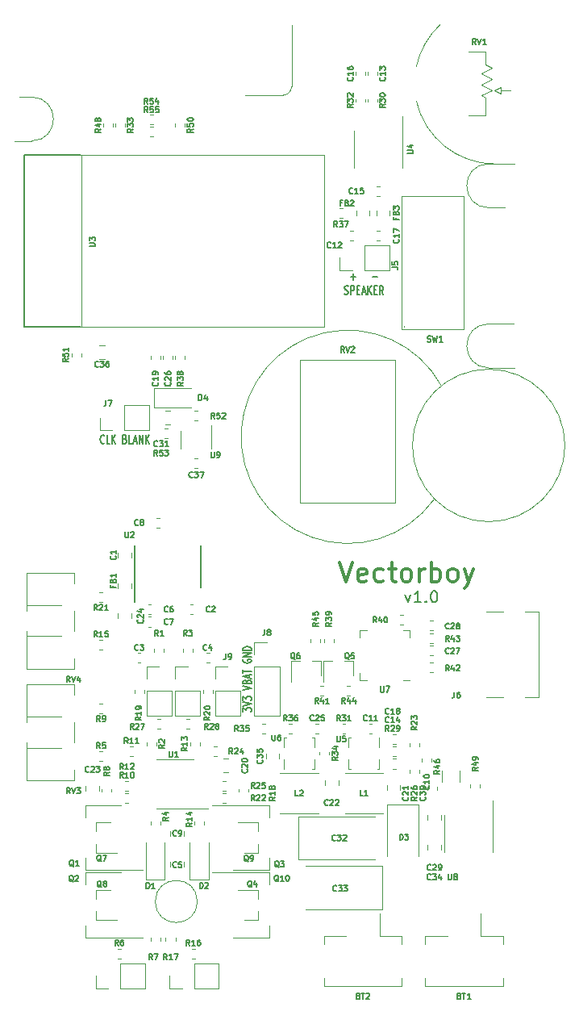
<source format=gto>
G04 #@! TF.GenerationSoftware,KiCad,Pcbnew,(5.1.6-87-g1447494bc)*
G04 #@! TF.CreationDate,2022-08-29T16:49:27-05:00*
G04 #@! TF.ProjectId,sony-scopeman,736f6e79-2d73-4636-9f70-656d616e2e6b,rev?*
G04 #@! TF.SameCoordinates,Original*
G04 #@! TF.FileFunction,Legend,Top*
G04 #@! TF.FilePolarity,Positive*
%FSLAX46Y46*%
G04 Gerber Fmt 4.6, Leading zero omitted, Abs format (unit mm)*
G04 Created by KiCad (PCBNEW (5.1.6-87-g1447494bc)) date 2022-08-29 16:49:27*
%MOMM*%
%LPD*%
G01*
G04 APERTURE LIST*
%ADD10C,0.150000*%
%ADD11C,0.300000*%
%ADD12C,0.120000*%
%ADD13C,0.050000*%
G04 APERTURE END LIST*
D10*
X141033714Y-102358857D02*
X141319428Y-103158857D01*
X141605142Y-102358857D01*
X142690857Y-103158857D02*
X142005142Y-103158857D01*
X142348000Y-103158857D02*
X142348000Y-101958857D01*
X142233714Y-102130285D01*
X142119428Y-102244571D01*
X142005142Y-102301714D01*
X143205142Y-103044571D02*
X143262285Y-103101714D01*
X143205142Y-103158857D01*
X143148000Y-103101714D01*
X143205142Y-103044571D01*
X143205142Y-103158857D01*
X144005142Y-101958857D02*
X144119428Y-101958857D01*
X144233714Y-102016000D01*
X144290857Y-102073142D01*
X144348000Y-102187428D01*
X144405142Y-102416000D01*
X144405142Y-102701714D01*
X144348000Y-102930285D01*
X144290857Y-103044571D01*
X144233714Y-103101714D01*
X144119428Y-103158857D01*
X144005142Y-103158857D01*
X143890857Y-103101714D01*
X143833714Y-103044571D01*
X143776571Y-102930285D01*
X143719428Y-102701714D01*
X143719428Y-102416000D01*
X143776571Y-102187428D01*
X143833714Y-102073142D01*
X143890857Y-102016000D01*
X144005142Y-101958857D01*
D11*
X134176380Y-98980761D02*
X134843047Y-100980761D01*
X135509714Y-98980761D01*
X136938285Y-100885523D02*
X136747809Y-100980761D01*
X136366857Y-100980761D01*
X136176380Y-100885523D01*
X136081142Y-100695047D01*
X136081142Y-99933142D01*
X136176380Y-99742666D01*
X136366857Y-99647428D01*
X136747809Y-99647428D01*
X136938285Y-99742666D01*
X137033523Y-99933142D01*
X137033523Y-100123619D01*
X136081142Y-100314095D01*
X138747809Y-100885523D02*
X138557333Y-100980761D01*
X138176380Y-100980761D01*
X137985904Y-100885523D01*
X137890666Y-100790285D01*
X137795428Y-100599809D01*
X137795428Y-100028380D01*
X137890666Y-99837904D01*
X137985904Y-99742666D01*
X138176380Y-99647428D01*
X138557333Y-99647428D01*
X138747809Y-99742666D01*
X139319238Y-99647428D02*
X140081142Y-99647428D01*
X139604952Y-98980761D02*
X139604952Y-100695047D01*
X139700190Y-100885523D01*
X139890666Y-100980761D01*
X140081142Y-100980761D01*
X141033523Y-100980761D02*
X140843047Y-100885523D01*
X140747809Y-100790285D01*
X140652571Y-100599809D01*
X140652571Y-100028380D01*
X140747809Y-99837904D01*
X140843047Y-99742666D01*
X141033523Y-99647428D01*
X141319238Y-99647428D01*
X141509714Y-99742666D01*
X141604952Y-99837904D01*
X141700190Y-100028380D01*
X141700190Y-100599809D01*
X141604952Y-100790285D01*
X141509714Y-100885523D01*
X141319238Y-100980761D01*
X141033523Y-100980761D01*
X142557333Y-100980761D02*
X142557333Y-99647428D01*
X142557333Y-100028380D02*
X142652571Y-99837904D01*
X142747809Y-99742666D01*
X142938285Y-99647428D01*
X143128761Y-99647428D01*
X143795428Y-100980761D02*
X143795428Y-98980761D01*
X143795428Y-99742666D02*
X143985904Y-99647428D01*
X144366857Y-99647428D01*
X144557333Y-99742666D01*
X144652571Y-99837904D01*
X144747809Y-100028380D01*
X144747809Y-100599809D01*
X144652571Y-100790285D01*
X144557333Y-100885523D01*
X144366857Y-100980761D01*
X143985904Y-100980761D01*
X143795428Y-100885523D01*
X145890666Y-100980761D02*
X145700190Y-100885523D01*
X145604952Y-100790285D01*
X145509714Y-100599809D01*
X145509714Y-100028380D01*
X145604952Y-99837904D01*
X145700190Y-99742666D01*
X145890666Y-99647428D01*
X146176380Y-99647428D01*
X146366857Y-99742666D01*
X146462095Y-99837904D01*
X146557333Y-100028380D01*
X146557333Y-100599809D01*
X146462095Y-100790285D01*
X146366857Y-100885523D01*
X146176380Y-100980761D01*
X145890666Y-100980761D01*
X147224000Y-99647428D02*
X147700190Y-100980761D01*
X148176380Y-99647428D02*
X147700190Y-100980761D01*
X147509714Y-101456952D01*
X147414476Y-101552190D01*
X147224000Y-101647428D01*
D10*
X135307142Y-69014285D02*
X135802380Y-69014285D01*
X135554761Y-69357142D02*
X135554761Y-68671428D01*
X137597619Y-69014285D02*
X138092857Y-69014285D01*
X134672619Y-70814285D02*
X134765476Y-70857142D01*
X134920238Y-70857142D01*
X134982142Y-70814285D01*
X135013095Y-70771428D01*
X135044047Y-70685714D01*
X135044047Y-70600000D01*
X135013095Y-70514285D01*
X134982142Y-70471428D01*
X134920238Y-70428571D01*
X134796428Y-70385714D01*
X134734523Y-70342857D01*
X134703571Y-70300000D01*
X134672619Y-70214285D01*
X134672619Y-70128571D01*
X134703571Y-70042857D01*
X134734523Y-70000000D01*
X134796428Y-69957142D01*
X134951190Y-69957142D01*
X135044047Y-70000000D01*
X135322619Y-70857142D02*
X135322619Y-69957142D01*
X135570238Y-69957142D01*
X135632142Y-70000000D01*
X135663095Y-70042857D01*
X135694047Y-70128571D01*
X135694047Y-70257142D01*
X135663095Y-70342857D01*
X135632142Y-70385714D01*
X135570238Y-70428571D01*
X135322619Y-70428571D01*
X135972619Y-70385714D02*
X136189285Y-70385714D01*
X136282142Y-70857142D02*
X135972619Y-70857142D01*
X135972619Y-69957142D01*
X136282142Y-69957142D01*
X136529761Y-70600000D02*
X136839285Y-70600000D01*
X136467857Y-70857142D02*
X136684523Y-69957142D01*
X136901190Y-70857142D01*
X137117857Y-70857142D02*
X137117857Y-69957142D01*
X137489285Y-70857142D02*
X137210714Y-70342857D01*
X137489285Y-69957142D02*
X137117857Y-70471428D01*
X137767857Y-70385714D02*
X137984523Y-70385714D01*
X138077380Y-70857142D02*
X137767857Y-70857142D01*
X137767857Y-69957142D01*
X138077380Y-69957142D01*
X138727380Y-70857142D02*
X138510714Y-70428571D01*
X138355952Y-70857142D02*
X138355952Y-69957142D01*
X138603571Y-69957142D01*
X138665476Y-70000000D01*
X138696428Y-70042857D01*
X138727380Y-70128571D01*
X138727380Y-70257142D01*
X138696428Y-70342857D01*
X138665476Y-70385714D01*
X138603571Y-70428571D01*
X138355952Y-70428571D01*
X109433333Y-86421428D02*
X109402380Y-86464285D01*
X109309523Y-86507142D01*
X109247619Y-86507142D01*
X109154761Y-86464285D01*
X109092857Y-86378571D01*
X109061904Y-86292857D01*
X109030952Y-86121428D01*
X109030952Y-85992857D01*
X109061904Y-85821428D01*
X109092857Y-85735714D01*
X109154761Y-85650000D01*
X109247619Y-85607142D01*
X109309523Y-85607142D01*
X109402380Y-85650000D01*
X109433333Y-85692857D01*
X110021428Y-86507142D02*
X109711904Y-86507142D01*
X109711904Y-85607142D01*
X110238095Y-86507142D02*
X110238095Y-85607142D01*
X110609523Y-86507142D02*
X110330952Y-85992857D01*
X110609523Y-85607142D02*
X110238095Y-86121428D01*
X111600000Y-86035714D02*
X111692857Y-86078571D01*
X111723809Y-86121428D01*
X111754761Y-86207142D01*
X111754761Y-86335714D01*
X111723809Y-86421428D01*
X111692857Y-86464285D01*
X111630952Y-86507142D01*
X111383333Y-86507142D01*
X111383333Y-85607142D01*
X111600000Y-85607142D01*
X111661904Y-85650000D01*
X111692857Y-85692857D01*
X111723809Y-85778571D01*
X111723809Y-85864285D01*
X111692857Y-85950000D01*
X111661904Y-85992857D01*
X111600000Y-86035714D01*
X111383333Y-86035714D01*
X112342857Y-86507142D02*
X112033333Y-86507142D01*
X112033333Y-85607142D01*
X112528571Y-86250000D02*
X112838095Y-86250000D01*
X112466666Y-86507142D02*
X112683333Y-85607142D01*
X112900000Y-86507142D01*
X113116666Y-86507142D02*
X113116666Y-85607142D01*
X113488095Y-86507142D01*
X113488095Y-85607142D01*
X113797619Y-86507142D02*
X113797619Y-85607142D01*
X114169047Y-86507142D02*
X113890476Y-85992857D01*
X114169047Y-85607142D02*
X113797619Y-86121428D01*
X124007142Y-114620238D02*
X124007142Y-114217857D01*
X124350000Y-114434523D01*
X124350000Y-114341666D01*
X124392857Y-114279761D01*
X124435714Y-114248809D01*
X124521428Y-114217857D01*
X124735714Y-114217857D01*
X124821428Y-114248809D01*
X124864285Y-114279761D01*
X124907142Y-114341666D01*
X124907142Y-114527380D01*
X124864285Y-114589285D01*
X124821428Y-114620238D01*
X124007142Y-114032142D02*
X124907142Y-113815476D01*
X124007142Y-113598809D01*
X124007142Y-113444047D02*
X124007142Y-113041666D01*
X124350000Y-113258333D01*
X124350000Y-113165476D01*
X124392857Y-113103571D01*
X124435714Y-113072619D01*
X124521428Y-113041666D01*
X124735714Y-113041666D01*
X124821428Y-113072619D01*
X124864285Y-113103571D01*
X124907142Y-113165476D01*
X124907142Y-113351190D01*
X124864285Y-113413095D01*
X124821428Y-113444047D01*
X124007142Y-112360714D02*
X124907142Y-112144047D01*
X124007142Y-111927380D01*
X124435714Y-111494047D02*
X124478571Y-111401190D01*
X124521428Y-111370238D01*
X124607142Y-111339285D01*
X124735714Y-111339285D01*
X124821428Y-111370238D01*
X124864285Y-111401190D01*
X124907142Y-111463095D01*
X124907142Y-111710714D01*
X124007142Y-111710714D01*
X124007142Y-111494047D01*
X124050000Y-111432142D01*
X124092857Y-111401190D01*
X124178571Y-111370238D01*
X124264285Y-111370238D01*
X124350000Y-111401190D01*
X124392857Y-111432142D01*
X124435714Y-111494047D01*
X124435714Y-111710714D01*
X124650000Y-111091666D02*
X124650000Y-110782142D01*
X124907142Y-111153571D02*
X124007142Y-110936904D01*
X124907142Y-110720238D01*
X124007142Y-110596428D02*
X124007142Y-110225000D01*
X124907142Y-110410714D02*
X124007142Y-110410714D01*
X124050000Y-109172619D02*
X124007142Y-109234523D01*
X124007142Y-109327380D01*
X124050000Y-109420238D01*
X124135714Y-109482142D01*
X124221428Y-109513095D01*
X124392857Y-109544047D01*
X124521428Y-109544047D01*
X124692857Y-109513095D01*
X124778571Y-109482142D01*
X124864285Y-109420238D01*
X124907142Y-109327380D01*
X124907142Y-109265476D01*
X124864285Y-109172619D01*
X124821428Y-109141666D01*
X124521428Y-109141666D01*
X124521428Y-109265476D01*
X124907142Y-108863095D02*
X124007142Y-108863095D01*
X124907142Y-108491666D01*
X124007142Y-108491666D01*
X124907142Y-108182142D02*
X124007142Y-108182142D01*
X124007142Y-108027380D01*
X124050000Y-107934523D01*
X124135714Y-107872619D01*
X124221428Y-107841666D01*
X124392857Y-107810714D01*
X124521428Y-107810714D01*
X124692857Y-107841666D01*
X124778571Y-107872619D01*
X124864285Y-107934523D01*
X124907142Y-108027380D01*
X124907142Y-108182142D01*
D12*
X144057774Y-92369375D02*
G75*
G02*
X144799999Y-80400001I-9057774J6569375D01*
G01*
X157800000Y-86700000D02*
G75*
G03*
X157800000Y-86700000I-8000000J0D01*
G01*
X150500000Y-57170182D02*
G75*
G02*
X142200002Y-50550000I1J8513119D01*
G01*
X142202878Y-46950624D02*
G75*
G02*
X144700001Y-42550001I8297122J-1799376D01*
G01*
X119209072Y-134550000D02*
G75*
G03*
X119209072Y-134550000I-2209072J0D01*
G01*
X129100000Y-49050000D02*
G75*
G02*
X128200000Y-49950000I-900000J0D01*
G01*
X129100000Y-49050000D02*
X129100000Y-42550000D01*
X124200000Y-49950000D02*
X128200000Y-49950000D01*
X101800000Y-50149999D02*
G75*
G02*
X101800000Y-54750001I0J-2300001D01*
G01*
X101800000Y-54750001D02*
X100000000Y-54750001D01*
X101800000Y-50149999D02*
X100499999Y-50150000D01*
X149800000Y-78550001D02*
G75*
G02*
X149800000Y-73949999I0J2300001D01*
G01*
X149800000Y-73949999D02*
X152400000Y-73949999D01*
X149800000Y-78550000D02*
X152500000Y-78550001D01*
X149800000Y-57149999D02*
X152500000Y-57149999D01*
X149800000Y-61750000D02*
X151500000Y-61750000D01*
X149800000Y-61750001D02*
G75*
G02*
X149800000Y-57149999I0J2300001D01*
G01*
X151100000Y-49150000D02*
X151100000Y-49450000D01*
X150400000Y-49450000D02*
X151100000Y-49150000D01*
X151100000Y-49750000D02*
X150400000Y-49450000D01*
X151100000Y-49450000D02*
X151100000Y-49750000D01*
X152100000Y-49450000D02*
X151100000Y-49450000D01*
X149500000Y-45350000D02*
X147700000Y-45350000D01*
X149500000Y-46750000D02*
X149500000Y-45350000D01*
X150100000Y-47050000D02*
X149500000Y-46750000D01*
X149000000Y-47650000D02*
X150100000Y-47050000D01*
X150100000Y-48250000D02*
X149000000Y-47650000D01*
X149000000Y-48850000D02*
X150100000Y-48250000D01*
X150100000Y-49450000D02*
X149000000Y-48850000D01*
X149000000Y-49950000D02*
X150100000Y-49450000D01*
X149500000Y-50250000D02*
X149000000Y-49950000D01*
X149500000Y-52050000D02*
X149500000Y-50250000D01*
X147700000Y-52049999D02*
X149500000Y-52050000D01*
X140900000Y-74150000D02*
X140900000Y-74250000D01*
X125610000Y-136480000D02*
X125610000Y-135550000D01*
X125610000Y-133320000D02*
X125610000Y-134250000D01*
X125610000Y-133320000D02*
X123450000Y-133320000D01*
X125610000Y-136480000D02*
X124150000Y-136480000D01*
X125610000Y-129430000D02*
X125610000Y-128500000D01*
X125610000Y-126270000D02*
X125610000Y-127200000D01*
X125610000Y-126270000D02*
X123450000Y-126270000D01*
X125610000Y-129430000D02*
X124150000Y-129430000D01*
X108590001Y-133320000D02*
X108590001Y-134250000D01*
X108590001Y-136480000D02*
X108590001Y-135550000D01*
X108590001Y-136480000D02*
X110750001Y-136480000D01*
X108590001Y-133320000D02*
X110050001Y-133320000D01*
X108590000Y-126270000D02*
X108590000Y-127200000D01*
X108590000Y-129430000D02*
X108590000Y-128500000D01*
X108590000Y-129430000D02*
X110750000Y-129430000D01*
X108590000Y-126270000D02*
X110050000Y-126270000D01*
X119262779Y-89110000D02*
X118937221Y-89110000D01*
X119262779Y-88090000D02*
X118937221Y-88090000D01*
X114562779Y-54310000D02*
X114237221Y-54310000D01*
X114562779Y-53290000D02*
X114237221Y-53290000D01*
X114562779Y-53010000D02*
X114237221Y-53010000D01*
X114562779Y-51990000D02*
X114237221Y-51990000D01*
X131280000Y-120610000D02*
X131510000Y-120610000D01*
X131510000Y-120610000D02*
X131510000Y-119635000D01*
X131280000Y-117390000D02*
X131510000Y-117390000D01*
X131510000Y-118365000D02*
X131510000Y-117390000D01*
X128290000Y-118365000D02*
X128290000Y-117390000D01*
X128290000Y-117390000D02*
X128520000Y-117390000D01*
X128290000Y-120640000D02*
X128290000Y-119635000D01*
X135320000Y-117390000D02*
X135090000Y-117390000D01*
X135090000Y-117390000D02*
X135090000Y-118365000D01*
X135320000Y-120610000D02*
X135090000Y-120610000D01*
X135090000Y-119635000D02*
X135090000Y-120610000D01*
X138310000Y-119635000D02*
X138310000Y-120610000D01*
X138310000Y-120610000D02*
X138080000Y-120610000D01*
X138310000Y-117360000D02*
X138310000Y-118365000D01*
X109458578Y-77610000D02*
X108941422Y-77610000D01*
X109458578Y-76190000D02*
X108941422Y-76190000D01*
X126390000Y-119558578D02*
X126390000Y-119041422D01*
X127810000Y-119558578D02*
X127810000Y-119041422D01*
X143390000Y-129158578D02*
X143390000Y-128641422D01*
X144810000Y-129158578D02*
X144810000Y-128641422D01*
X145140000Y-127400000D02*
X145140000Y-129350000D01*
X145140000Y-127400000D02*
X145140000Y-125450000D01*
X150260000Y-127400000D02*
X150260000Y-129350000D01*
X150260000Y-127400000D02*
X150260000Y-123950000D01*
X146710000Y-120797936D02*
X146710000Y-122002064D01*
X144890000Y-120797936D02*
X144890000Y-122002064D01*
X151285000Y-139040000D02*
X151285000Y-138190000D01*
X151285000Y-138190000D02*
X148960000Y-138190000D01*
X148960000Y-138190000D02*
X148960000Y-135800000D01*
X143115000Y-139040000D02*
X143115000Y-138190000D01*
X143115000Y-138190000D02*
X145440000Y-138190000D01*
X151285000Y-142560000D02*
X151285000Y-143410000D01*
X151285000Y-143410000D02*
X143115000Y-143410000D01*
X143115000Y-143410000D02*
X143115000Y-142560000D01*
X140685000Y-139040000D02*
X140685000Y-138190000D01*
X140685000Y-138190000D02*
X138360000Y-138190000D01*
X138360000Y-138190000D02*
X138360000Y-135800000D01*
X132515000Y-139040000D02*
X132515000Y-138190000D01*
X132515000Y-138190000D02*
X134840000Y-138190000D01*
X140685000Y-142560000D02*
X140685000Y-143410000D01*
X140685000Y-143410000D02*
X132515000Y-143410000D01*
X132515000Y-143410000D02*
X132515000Y-142560000D01*
X130550000Y-135360000D02*
X138610000Y-135360000D01*
X138610000Y-135360000D02*
X138610000Y-130840000D01*
X138610000Y-130840000D02*
X130550000Y-130840000D01*
X137850000Y-125640000D02*
X129790000Y-125640000D01*
X129790000Y-125640000D02*
X129790000Y-130160000D01*
X129790000Y-130160000D02*
X137850000Y-130160000D01*
X106321000Y-110121000D02*
X101280000Y-110121000D01*
X106321000Y-100080000D02*
X101280000Y-100080000D01*
X101280000Y-110121000D02*
X101280000Y-106172000D01*
X101280000Y-104027000D02*
X101280000Y-100080000D01*
X106321000Y-101175000D02*
X106321000Y-100080000D01*
X106321000Y-110121000D02*
X106321000Y-109026000D01*
X106321000Y-106174000D02*
X106321000Y-104025000D01*
X104963000Y-106720000D02*
X101280000Y-106720000D01*
X104963000Y-103480000D02*
X101280000Y-103480000D01*
X106321000Y-106174000D02*
X106321000Y-104025000D01*
X101280000Y-106720000D02*
X101280000Y-106172000D01*
X101280000Y-104027000D02*
X101280000Y-103480000D01*
X106321000Y-121821000D02*
X101280000Y-121821000D01*
X106321000Y-111780000D02*
X101280000Y-111780000D01*
X101280000Y-121821000D02*
X101280000Y-117872000D01*
X101280000Y-115727000D02*
X101280000Y-111780000D01*
X106321000Y-112875000D02*
X106321000Y-111780000D01*
X106321000Y-121821000D02*
X106321000Y-120726000D01*
X106321000Y-117874000D02*
X106321000Y-115725000D01*
X104963000Y-118420000D02*
X101280000Y-118420000D01*
X104963000Y-115180000D02*
X101280000Y-115180000D01*
X106321000Y-117874000D02*
X106321000Y-115725000D01*
X101280000Y-118420000D02*
X101280000Y-117872000D01*
X101280000Y-115727000D02*
X101280000Y-115180000D01*
X131900000Y-125300000D02*
X127900000Y-125300000D01*
X131900000Y-121100000D02*
X127900000Y-121100000D01*
X138700000Y-125300000D02*
X134700000Y-125300000D01*
X138700000Y-121100000D02*
X134700000Y-121100000D01*
X121070000Y-115070000D02*
X123730000Y-115070000D01*
X121070000Y-112470000D02*
X121070000Y-115070000D01*
X123730000Y-112470000D02*
X123730000Y-115070000D01*
X121070000Y-112470000D02*
X123730000Y-112470000D01*
X121070000Y-111200000D02*
X121070000Y-109870000D01*
X121070000Y-109870000D02*
X122400000Y-109870000D01*
X125170000Y-115070000D02*
X127830000Y-115070000D01*
X125170000Y-109930000D02*
X125170000Y-115070000D01*
X127830000Y-109930000D02*
X127830000Y-115070000D01*
X125170000Y-109930000D02*
X127830000Y-109930000D01*
X125170000Y-108660000D02*
X125170000Y-107330000D01*
X125170000Y-107330000D02*
X126500000Y-107330000D01*
X114170000Y-85130000D02*
X114170000Y-82470000D01*
X111570000Y-85130000D02*
X114170000Y-85130000D01*
X111570000Y-82470000D02*
X114170000Y-82470000D01*
X111570000Y-85130000D02*
X111570000Y-82470000D01*
X110300000Y-85130000D02*
X108970000Y-85130000D01*
X108970000Y-85130000D02*
X108970000Y-83800000D01*
X139370000Y-68330000D02*
X139370000Y-65670000D01*
X136770000Y-68330000D02*
X139370000Y-68330000D01*
X136770000Y-65670000D02*
X139370000Y-65670000D01*
X136770000Y-68330000D02*
X136770000Y-65670000D01*
X135500000Y-68330000D02*
X134170000Y-68330000D01*
X134170000Y-68330000D02*
X134170000Y-67000000D01*
X121470000Y-143680000D02*
X121470000Y-141020000D01*
X118870000Y-143680000D02*
X121470000Y-143680000D01*
X118870000Y-141020000D02*
X121470000Y-141020000D01*
X118870000Y-143680000D02*
X118870000Y-141020000D01*
X117600000Y-143680000D02*
X116270000Y-143680000D01*
X116270000Y-143680000D02*
X116270000Y-142350000D01*
X116870000Y-115070000D02*
X119530000Y-115070000D01*
X116870000Y-112470000D02*
X116870000Y-115070000D01*
X119530000Y-112470000D02*
X119530000Y-115070000D01*
X116870000Y-112470000D02*
X119530000Y-112470000D01*
X116870000Y-111200000D02*
X116870000Y-109870000D01*
X116870000Y-109870000D02*
X118200000Y-109870000D01*
X113730000Y-143680000D02*
X113730000Y-141020000D01*
X111130000Y-143680000D02*
X113730000Y-143680000D01*
X111130000Y-141020000D02*
X113730000Y-141020000D01*
X111130000Y-143680000D02*
X111130000Y-141020000D01*
X109860000Y-143680000D02*
X108530000Y-143680000D01*
X108530000Y-143680000D02*
X108530000Y-142350000D01*
X113870000Y-115070000D02*
X116530000Y-115070000D01*
X113870000Y-112470000D02*
X113870000Y-115070000D01*
X116530000Y-112470000D02*
X116530000Y-115070000D01*
X113870000Y-112470000D02*
X116530000Y-112470000D01*
X113870000Y-111200000D02*
X113870000Y-109870000D01*
X113870000Y-109870000D02*
X115200000Y-109870000D01*
X139410000Y-62041422D02*
X139410000Y-62558578D01*
X137990000Y-62041422D02*
X137990000Y-62558578D01*
X135890000Y-62558578D02*
X135890000Y-62041422D01*
X137310000Y-62558578D02*
X137310000Y-62041422D01*
X110890000Y-101658578D02*
X110890000Y-101141422D01*
X112310000Y-101658578D02*
X112310000Y-101141422D01*
X114650000Y-80700000D02*
X114650000Y-82700000D01*
X114650000Y-82700000D02*
X118550000Y-82700000D01*
X114650000Y-80700000D02*
X118550000Y-80700000D01*
X142450000Y-124400000D02*
X139150000Y-124400000D01*
X139150000Y-124400000D02*
X139150000Y-129800000D01*
X142450000Y-124400000D02*
X142450000Y-129800000D01*
X118400000Y-132250000D02*
X120400000Y-132250000D01*
X120400000Y-132250000D02*
X120400000Y-128350000D01*
X118400000Y-132250000D02*
X118400000Y-128350000D01*
X113800000Y-132250000D02*
X115800000Y-132250000D01*
X115800000Y-132250000D02*
X115800000Y-128350000D01*
X113800000Y-132250000D02*
X113800000Y-128350000D01*
X117490000Y-85200000D02*
X117490000Y-87000000D01*
X120710000Y-87000000D02*
X120710000Y-84550000D01*
X137015000Y-111310000D02*
X136290000Y-111310000D01*
X136290000Y-111310000D02*
X136290000Y-110585000D01*
X140785000Y-106090000D02*
X141510000Y-106090000D01*
X141510000Y-106090000D02*
X141510000Y-106815000D01*
X137015000Y-106090000D02*
X136290000Y-106090000D01*
X136290000Y-106090000D02*
X136290000Y-106815000D01*
X140785000Y-111310000D02*
X141510000Y-111310000D01*
X135640000Y-55600000D02*
X135640000Y-57550000D01*
X135640000Y-55600000D02*
X135640000Y-53650000D01*
X140760000Y-55600000D02*
X140760000Y-57550000D01*
X140760000Y-55600000D02*
X140760000Y-52150000D01*
D10*
X100996000Y-56233000D02*
X100996000Y-74267000D01*
X106965000Y-56233000D02*
X100996000Y-56233000D01*
X106965000Y-74267000D02*
X100996000Y-74267000D01*
D13*
X132550000Y-74250000D02*
X107020000Y-74250000D01*
X107020000Y-74250000D02*
X107020000Y-56250000D01*
X107020000Y-56250000D02*
X132550000Y-56250000D01*
X132550000Y-56250000D02*
X132550000Y-74250000D01*
D10*
X119550000Y-101625000D02*
X119550000Y-97175000D01*
X112650000Y-103150000D02*
X112650000Y-97175000D01*
D12*
X116900000Y-119640000D02*
X114950000Y-119640000D01*
X116900000Y-119640000D02*
X118850000Y-119640000D01*
X116900000Y-124760000D02*
X114950000Y-124760000D01*
X116900000Y-124760000D02*
X120350000Y-124760000D01*
X115737221Y-84889999D02*
X116062779Y-84889999D01*
X115737221Y-85909999D02*
X116062779Y-85909999D01*
X118937221Y-83090000D02*
X119262779Y-83090000D01*
X118937221Y-84110000D02*
X119262779Y-84110000D01*
X107010000Y-77024721D02*
X107010000Y-77350279D01*
X105990000Y-77024721D02*
X105990000Y-77350279D01*
X117910000Y-52924722D02*
X117910000Y-53250280D01*
X116890000Y-52924722D02*
X116890000Y-53250280D01*
X147890000Y-122562779D02*
X147890000Y-122237221D01*
X148910000Y-122562779D02*
X148910000Y-122237221D01*
X110310000Y-52924721D02*
X110310000Y-53250279D01*
X109290000Y-52924721D02*
X109290000Y-53250279D01*
X132110000Y-107049720D02*
X132110000Y-107375278D01*
X131090000Y-107049720D02*
X131090000Y-107375278D01*
X134937221Y-111890000D02*
X135262779Y-111890000D01*
X134937221Y-112910000D02*
X135262779Y-112910000D01*
X143637221Y-106390000D02*
X143962779Y-106390000D01*
X143637221Y-107410000D02*
X143962779Y-107410000D01*
X143637221Y-109490000D02*
X143962779Y-109490000D01*
X143637221Y-110510000D02*
X143962779Y-110510000D01*
X132462779Y-112910000D02*
X132137221Y-112910000D01*
X132462779Y-111890000D02*
X132137221Y-111890000D01*
X140524721Y-104490000D02*
X140850279Y-104490000D01*
X140524721Y-105510000D02*
X140850279Y-105510000D01*
X133510000Y-107037221D02*
X133510000Y-107362779D01*
X132490000Y-107037221D02*
X132490000Y-107362779D01*
X117910000Y-77324722D02*
X117910000Y-77650280D01*
X116890000Y-77324722D02*
X116890000Y-77650280D01*
X134462779Y-62810000D02*
X134137221Y-62810000D01*
X134462779Y-61790000D02*
X134137221Y-61790000D01*
X128837221Y-115890000D02*
X129162779Y-115890000D01*
X128837221Y-116910000D02*
X129162779Y-116910000D01*
X126037221Y-115890000D02*
X126362779Y-115890000D01*
X126037221Y-116910000D02*
X126362779Y-116910000D01*
X131990000Y-119162779D02*
X131990000Y-118837221D01*
X133010000Y-119162779D02*
X133010000Y-118837221D01*
X111610000Y-52937221D02*
X111610000Y-53262779D01*
X110590000Y-52937221D02*
X110590000Y-53262779D01*
X135790000Y-50662779D02*
X135790000Y-50337221D01*
X136810000Y-50662779D02*
X136810000Y-50337221D01*
X134762779Y-116910000D02*
X134437221Y-116910000D01*
X134762779Y-115890000D02*
X134437221Y-115890000D01*
X137090000Y-50662779D02*
X137090000Y-50337221D01*
X138110000Y-50662779D02*
X138110000Y-50337221D01*
X139737221Y-119590000D02*
X140062779Y-119590000D01*
X139737221Y-120610000D02*
X140062779Y-120610000D01*
X118037221Y-115390000D02*
X118362779Y-115390000D01*
X118037221Y-116410000D02*
X118362779Y-116410000D01*
X115362779Y-116410000D02*
X115037221Y-116410000D01*
X115362779Y-115390000D02*
X115037221Y-115390000D01*
X142510000Y-120737221D02*
X142510000Y-121062779D01*
X141490000Y-120737221D02*
X141490000Y-121062779D01*
X121837221Y-121890000D02*
X122162779Y-121890000D01*
X121837221Y-122910000D02*
X122162779Y-122910000D01*
X121262779Y-119310000D02*
X120937221Y-119310000D01*
X121262779Y-118290000D02*
X120937221Y-118290000D01*
X141490000Y-118262779D02*
X141490000Y-117937221D01*
X142510000Y-118262779D02*
X142510000Y-117937221D01*
X122162779Y-124210000D02*
X121837221Y-124210000D01*
X122162779Y-123190000D02*
X121837221Y-123190000D01*
X109262779Y-103110000D02*
X108937221Y-103110000D01*
X109262779Y-102090000D02*
X108937221Y-102090000D01*
X119790000Y-112662779D02*
X119790000Y-112337221D01*
X120810000Y-112662779D02*
X120810000Y-112337221D01*
X112590000Y-112662779D02*
X112590000Y-112337221D01*
X113610000Y-112662779D02*
X113610000Y-112337221D01*
X123590000Y-123062779D02*
X123590000Y-122737221D01*
X124610000Y-123062779D02*
X124610000Y-122737221D01*
X115890000Y-138662779D02*
X115890000Y-138337221D01*
X116910000Y-138662779D02*
X116910000Y-138337221D01*
X118637221Y-139490000D02*
X118962779Y-139490000D01*
X118637221Y-140510000D02*
X118962779Y-140510000D01*
X108937221Y-107090000D02*
X109262779Y-107090000D01*
X108937221Y-108110000D02*
X109262779Y-108110000D01*
X118890000Y-126462779D02*
X118890000Y-126137221D01*
X119910000Y-126462779D02*
X119910000Y-126137221D01*
X118490000Y-118175278D02*
X118490000Y-117849720D01*
X119510000Y-118175278D02*
X119510000Y-117849720D01*
X111962779Y-122910000D02*
X111637221Y-122910000D01*
X111962779Y-121890000D02*
X111637221Y-121890000D01*
X112137221Y-118290000D02*
X112462779Y-118290000D01*
X112137221Y-119310000D02*
X112462779Y-119310000D01*
X111637221Y-123190000D02*
X111962779Y-123190000D01*
X111637221Y-124210000D02*
X111962779Y-124210000D01*
X109262779Y-114810000D02*
X108937221Y-114810000D01*
X109262779Y-113790000D02*
X108937221Y-113790000D01*
X109190000Y-123062779D02*
X109190000Y-122737221D01*
X110210000Y-123062779D02*
X110210000Y-122737221D01*
X114290000Y-138662779D02*
X114290000Y-138337221D01*
X115310000Y-138662779D02*
X115310000Y-138337221D01*
X110837221Y-139490000D02*
X111162779Y-139490000D01*
X110837221Y-140510000D02*
X111162779Y-140510000D01*
X108937221Y-118790000D02*
X109262779Y-118790000D01*
X108937221Y-119810000D02*
X109262779Y-119810000D01*
X114290000Y-126462779D02*
X114290000Y-126137221D01*
X115310000Y-126462779D02*
X115310000Y-126137221D01*
X117690000Y-108362779D02*
X117690000Y-108037221D01*
X118710000Y-108362779D02*
X118710000Y-108037221D01*
X113890000Y-118162779D02*
X113890000Y-117837221D01*
X114910000Y-118162779D02*
X114910000Y-117837221D01*
X114690000Y-108362779D02*
X114690000Y-108037221D01*
X115710000Y-108362779D02*
X115710000Y-108037221D01*
X132180000Y-109340000D02*
X131250000Y-109340000D01*
X129020000Y-109340000D02*
X129950000Y-109340000D01*
X129020000Y-109340000D02*
X129020000Y-111500000D01*
X132180000Y-109340000D02*
X132180000Y-110800000D01*
X135580000Y-109340000D02*
X134650000Y-109340000D01*
X132420000Y-109340000D02*
X133350000Y-109340000D01*
X132420000Y-109340000D02*
X132420000Y-111500000D01*
X135580000Y-109340000D02*
X135580000Y-110800000D01*
X126760000Y-138310000D02*
X126760000Y-137050000D01*
X126760000Y-131490000D02*
X126760000Y-132750000D01*
X123000000Y-138310000D02*
X126760000Y-138310000D01*
X120750000Y-131490000D02*
X126760000Y-131490000D01*
X126760000Y-131260000D02*
X126760000Y-130000000D01*
X126760000Y-124440000D02*
X126760000Y-125700000D01*
X123000000Y-131260000D02*
X126760000Y-131260000D01*
X120750000Y-124440000D02*
X126760000Y-124440000D01*
X107440001Y-131490000D02*
X107440001Y-132750000D01*
X107440001Y-138310000D02*
X107440001Y-137050000D01*
X111200001Y-131490000D02*
X107440001Y-131490000D01*
X113450001Y-138310000D02*
X107440001Y-138310000D01*
X107440000Y-124440000D02*
X107440000Y-125700000D01*
X107440000Y-131260000D02*
X107440000Y-130000000D01*
X111200000Y-124440000D02*
X107440000Y-124440000D01*
X113450000Y-131260000D02*
X107440000Y-131260000D01*
X155040000Y-104180000D02*
X155040000Y-113120000D01*
X149530000Y-104180000D02*
X151330000Y-104180000D01*
X155040000Y-104180000D02*
X153580000Y-104180000D01*
X155040000Y-113120000D02*
X153580000Y-113120000D01*
X149530000Y-113120000D02*
X151330000Y-113120000D01*
X115841422Y-83090000D02*
X116358578Y-83090000D01*
X115841422Y-84510000D02*
X116358578Y-84510000D01*
X143390000Y-122862779D02*
X143390000Y-122537221D01*
X144410000Y-122862779D02*
X144410000Y-122537221D01*
X144810000Y-125441422D02*
X144810000Y-125958578D01*
X143390000Y-125441422D02*
X143390000Y-125958578D01*
X143637221Y-105090000D02*
X143962779Y-105090000D01*
X143637221Y-106110000D02*
X143962779Y-106110000D01*
X143637221Y-107690000D02*
X143962779Y-107690000D01*
X143637221Y-108710000D02*
X143962779Y-108710000D01*
X116610000Y-77337221D02*
X116610000Y-77662779D01*
X115590000Y-77337221D02*
X115590000Y-77662779D01*
X131962779Y-116910000D02*
X131637221Y-116910000D01*
X131962779Y-115890000D02*
X131637221Y-115890000D01*
X112310000Y-104341422D02*
X112310000Y-104858578D01*
X110890000Y-104341422D02*
X110890000Y-104858578D01*
X107490000Y-122958578D02*
X107490000Y-122441422D01*
X108910000Y-122958578D02*
X108910000Y-122441422D01*
X134010000Y-121841422D02*
X134010000Y-122358578D01*
X132590000Y-121841422D02*
X132590000Y-122358578D01*
X140510000Y-122341422D02*
X140510000Y-122858578D01*
X139090000Y-122341422D02*
X139090000Y-122858578D01*
X121941422Y-119590000D02*
X122458578Y-119590000D01*
X121941422Y-121010000D02*
X122458578Y-121010000D01*
X115310000Y-77337221D02*
X115310000Y-77662779D01*
X114290000Y-77337221D02*
X114290000Y-77662779D01*
X139737221Y-116990000D02*
X140062779Y-116990000D01*
X139737221Y-118010000D02*
X140062779Y-118010000D01*
X138037221Y-64190000D02*
X138362779Y-64190000D01*
X138037221Y-65210000D02*
X138362779Y-65210000D01*
X135790000Y-47862779D02*
X135790000Y-47537221D01*
X136810000Y-47862779D02*
X136810000Y-47537221D01*
X138037221Y-59490000D02*
X138362779Y-59490000D01*
X138037221Y-60510000D02*
X138362779Y-60510000D01*
X139737221Y-118290000D02*
X140062779Y-118290000D01*
X139737221Y-119310000D02*
X140062779Y-119310000D01*
X137090000Y-47862779D02*
X137090000Y-47537221D01*
X138110000Y-47862779D02*
X138110000Y-47537221D01*
X135575279Y-65210000D02*
X135249721Y-65210000D01*
X135575279Y-64190000D02*
X135249721Y-64190000D01*
X137237221Y-115890000D02*
X137562779Y-115890000D01*
X137237221Y-116910000D02*
X137562779Y-116910000D01*
X143810000Y-119537221D02*
X143810000Y-119862779D01*
X142790000Y-119537221D02*
X142790000Y-119862779D01*
X117810000Y-127141422D02*
X117810000Y-127658578D01*
X116390000Y-127141422D02*
X116390000Y-127658578D01*
X114937221Y-94290000D02*
X115262779Y-94290000D01*
X114937221Y-95310000D02*
X115262779Y-95310000D01*
X114362779Y-105710000D02*
X114037221Y-105710000D01*
X114362779Y-104690000D02*
X114037221Y-104690000D01*
X114037221Y-103390000D02*
X114362779Y-103390000D01*
X114037221Y-104410000D02*
X114362779Y-104410000D01*
X117810000Y-130391422D02*
X117810000Y-130908578D01*
X116390000Y-130391422D02*
X116390000Y-130908578D01*
X120137221Y-108490000D02*
X120462779Y-108490000D01*
X120137221Y-109510000D02*
X120462779Y-109510000D01*
X112937221Y-108490000D02*
X113262779Y-108490000D01*
X112937221Y-109510000D02*
X113262779Y-109510000D01*
X118437221Y-103390000D02*
X118762779Y-103390000D01*
X118437221Y-104410000D02*
X118762779Y-104410000D01*
X110890000Y-98458578D02*
X110890000Y-97941422D01*
X112310000Y-98458578D02*
X112310000Y-97941422D01*
X140000000Y-77750000D02*
X140000000Y-92750000D01*
X140000000Y-92750000D02*
X130000000Y-92750000D01*
X130000000Y-92750000D02*
X130000000Y-77750000D01*
X130000000Y-77750000D02*
X140000000Y-77750000D01*
X147150000Y-74550000D02*
X140650000Y-74550000D01*
X147150000Y-60550000D02*
X147150000Y-74550000D01*
X140650000Y-60550000D02*
X147150000Y-60550000D01*
X140650000Y-74550000D02*
X140650000Y-60550000D01*
D10*
X127732142Y-132453571D02*
X127675000Y-132425000D01*
X127617857Y-132367857D01*
X127532142Y-132282142D01*
X127475000Y-132253571D01*
X127417857Y-132253571D01*
X127446428Y-132396428D02*
X127389285Y-132367857D01*
X127332142Y-132310714D01*
X127303571Y-132196428D01*
X127303571Y-131996428D01*
X127332142Y-131882142D01*
X127389285Y-131825000D01*
X127446428Y-131796428D01*
X127560714Y-131796428D01*
X127617857Y-131825000D01*
X127675000Y-131882142D01*
X127703571Y-131996428D01*
X127703571Y-132196428D01*
X127675000Y-132310714D01*
X127617857Y-132367857D01*
X127560714Y-132396428D01*
X127446428Y-132396428D01*
X128275000Y-132396428D02*
X127932142Y-132396428D01*
X128103571Y-132396428D02*
X128103571Y-131796428D01*
X128046428Y-131882142D01*
X127989285Y-131939285D01*
X127932142Y-131967857D01*
X128646428Y-131796428D02*
X128703571Y-131796428D01*
X128760714Y-131825000D01*
X128789285Y-131853571D01*
X128817857Y-131910714D01*
X128846428Y-132025000D01*
X128846428Y-132167857D01*
X128817857Y-132282142D01*
X128789285Y-132339285D01*
X128760714Y-132367857D01*
X128703571Y-132396428D01*
X128646428Y-132396428D01*
X128589285Y-132367857D01*
X128560714Y-132339285D01*
X128532142Y-132282142D01*
X128503571Y-132167857D01*
X128503571Y-132025000D01*
X128532142Y-131910714D01*
X128560714Y-131853571D01*
X128589285Y-131825000D01*
X128646428Y-131796428D01*
X124567857Y-130353571D02*
X124510714Y-130325000D01*
X124453571Y-130267857D01*
X124367857Y-130182142D01*
X124310714Y-130153571D01*
X124253571Y-130153571D01*
X124282142Y-130296428D02*
X124225000Y-130267857D01*
X124167857Y-130210714D01*
X124139285Y-130096428D01*
X124139285Y-129896428D01*
X124167857Y-129782142D01*
X124225000Y-129725000D01*
X124282142Y-129696428D01*
X124396428Y-129696428D01*
X124453571Y-129725000D01*
X124510714Y-129782142D01*
X124539285Y-129896428D01*
X124539285Y-130096428D01*
X124510714Y-130210714D01*
X124453571Y-130267857D01*
X124396428Y-130296428D01*
X124282142Y-130296428D01*
X124825000Y-130296428D02*
X124939285Y-130296428D01*
X124996428Y-130267857D01*
X125025000Y-130239285D01*
X125082142Y-130153571D01*
X125110714Y-130039285D01*
X125110714Y-129810714D01*
X125082142Y-129753571D01*
X125053571Y-129725000D01*
X124996428Y-129696428D01*
X124882142Y-129696428D01*
X124825000Y-129725000D01*
X124796428Y-129753571D01*
X124767857Y-129810714D01*
X124767857Y-129953571D01*
X124796428Y-130010714D01*
X124825000Y-130039285D01*
X124882142Y-130067857D01*
X124996428Y-130067857D01*
X125053571Y-130039285D01*
X125082142Y-130010714D01*
X125110714Y-129953571D01*
X109142857Y-133053571D02*
X109085714Y-133025000D01*
X109028571Y-132967857D01*
X108942857Y-132882142D01*
X108885714Y-132853571D01*
X108828571Y-132853571D01*
X108857142Y-132996428D02*
X108800000Y-132967857D01*
X108742857Y-132910714D01*
X108714285Y-132796428D01*
X108714285Y-132596428D01*
X108742857Y-132482142D01*
X108800000Y-132425000D01*
X108857142Y-132396428D01*
X108971428Y-132396428D01*
X109028571Y-132425000D01*
X109085714Y-132482142D01*
X109114285Y-132596428D01*
X109114285Y-132796428D01*
X109085714Y-132910714D01*
X109028571Y-132967857D01*
X108971428Y-132996428D01*
X108857142Y-132996428D01*
X109457142Y-132653571D02*
X109400000Y-132625000D01*
X109371428Y-132596428D01*
X109342857Y-132539285D01*
X109342857Y-132510714D01*
X109371428Y-132453571D01*
X109400000Y-132425000D01*
X109457142Y-132396428D01*
X109571428Y-132396428D01*
X109628571Y-132425000D01*
X109657142Y-132453571D01*
X109685714Y-132510714D01*
X109685714Y-132539285D01*
X109657142Y-132596428D01*
X109628571Y-132625000D01*
X109571428Y-132653571D01*
X109457142Y-132653571D01*
X109400000Y-132682142D01*
X109371428Y-132710714D01*
X109342857Y-132767857D01*
X109342857Y-132882142D01*
X109371428Y-132939285D01*
X109400000Y-132967857D01*
X109457142Y-132996428D01*
X109571428Y-132996428D01*
X109628571Y-132967857D01*
X109657142Y-132939285D01*
X109685714Y-132882142D01*
X109685714Y-132767857D01*
X109657142Y-132710714D01*
X109628571Y-132682142D01*
X109571428Y-132653571D01*
X109117857Y-130328571D02*
X109060714Y-130300000D01*
X109003571Y-130242857D01*
X108917857Y-130157142D01*
X108860714Y-130128571D01*
X108803571Y-130128571D01*
X108832142Y-130271428D02*
X108775000Y-130242857D01*
X108717857Y-130185714D01*
X108689285Y-130071428D01*
X108689285Y-129871428D01*
X108717857Y-129757142D01*
X108775000Y-129700000D01*
X108832142Y-129671428D01*
X108946428Y-129671428D01*
X109003571Y-129700000D01*
X109060714Y-129757142D01*
X109089285Y-129871428D01*
X109089285Y-130071428D01*
X109060714Y-130185714D01*
X109003571Y-130242857D01*
X108946428Y-130271428D01*
X108832142Y-130271428D01*
X109289285Y-129671428D02*
X109689285Y-129671428D01*
X109432142Y-130271428D01*
X118714285Y-90014285D02*
X118685714Y-90042857D01*
X118600000Y-90071428D01*
X118542857Y-90071428D01*
X118457142Y-90042857D01*
X118400000Y-89985714D01*
X118371428Y-89928571D01*
X118342857Y-89814285D01*
X118342857Y-89728571D01*
X118371428Y-89614285D01*
X118400000Y-89557142D01*
X118457142Y-89500000D01*
X118542857Y-89471428D01*
X118600000Y-89471428D01*
X118685714Y-89500000D01*
X118714285Y-89528571D01*
X118914285Y-89471428D02*
X119285714Y-89471428D01*
X119085714Y-89700000D01*
X119171428Y-89700000D01*
X119228571Y-89728571D01*
X119257142Y-89757142D01*
X119285714Y-89814285D01*
X119285714Y-89957142D01*
X119257142Y-90014285D01*
X119228571Y-90042857D01*
X119171428Y-90071428D01*
X119000000Y-90071428D01*
X118942857Y-90042857D01*
X118914285Y-90014285D01*
X119485714Y-89471428D02*
X119885714Y-89471428D01*
X119628571Y-90071428D01*
X114014285Y-51771428D02*
X113814285Y-51485714D01*
X113671428Y-51771428D02*
X113671428Y-51171428D01*
X113900000Y-51171428D01*
X113957142Y-51200000D01*
X113985714Y-51228571D01*
X114014285Y-51285714D01*
X114014285Y-51371428D01*
X113985714Y-51428571D01*
X113957142Y-51457142D01*
X113900000Y-51485714D01*
X113671428Y-51485714D01*
X114557142Y-51171428D02*
X114271428Y-51171428D01*
X114242857Y-51457142D01*
X114271428Y-51428571D01*
X114328571Y-51400000D01*
X114471428Y-51400000D01*
X114528571Y-51428571D01*
X114557142Y-51457142D01*
X114585714Y-51514285D01*
X114585714Y-51657142D01*
X114557142Y-51714285D01*
X114528571Y-51742857D01*
X114471428Y-51771428D01*
X114328571Y-51771428D01*
X114271428Y-51742857D01*
X114242857Y-51714285D01*
X115128571Y-51171428D02*
X114842857Y-51171428D01*
X114814285Y-51457142D01*
X114842857Y-51428571D01*
X114900000Y-51400000D01*
X115042857Y-51400000D01*
X115100000Y-51428571D01*
X115128571Y-51457142D01*
X115157142Y-51514285D01*
X115157142Y-51657142D01*
X115128571Y-51714285D01*
X115100000Y-51742857D01*
X115042857Y-51771428D01*
X114900000Y-51771428D01*
X114842857Y-51742857D01*
X114814285Y-51714285D01*
X114014285Y-50871428D02*
X113814285Y-50585714D01*
X113671428Y-50871428D02*
X113671428Y-50271428D01*
X113900000Y-50271428D01*
X113957142Y-50300000D01*
X113985714Y-50328571D01*
X114014285Y-50385714D01*
X114014285Y-50471428D01*
X113985714Y-50528571D01*
X113957142Y-50557142D01*
X113900000Y-50585714D01*
X113671428Y-50585714D01*
X114557142Y-50271428D02*
X114271428Y-50271428D01*
X114242857Y-50557142D01*
X114271428Y-50528571D01*
X114328571Y-50500000D01*
X114471428Y-50500000D01*
X114528571Y-50528571D01*
X114557142Y-50557142D01*
X114585714Y-50614285D01*
X114585714Y-50757142D01*
X114557142Y-50814285D01*
X114528571Y-50842857D01*
X114471428Y-50871428D01*
X114328571Y-50871428D01*
X114271428Y-50842857D01*
X114242857Y-50814285D01*
X115100000Y-50471428D02*
X115100000Y-50871428D01*
X114957142Y-50242857D02*
X114814285Y-50671428D01*
X115185714Y-50671428D01*
X127042857Y-117071428D02*
X127042857Y-117557142D01*
X127071428Y-117614285D01*
X127100000Y-117642857D01*
X127157142Y-117671428D01*
X127271428Y-117671428D01*
X127328571Y-117642857D01*
X127357142Y-117614285D01*
X127385714Y-117557142D01*
X127385714Y-117071428D01*
X127928571Y-117071428D02*
X127814285Y-117071428D01*
X127757142Y-117100000D01*
X127728571Y-117128571D01*
X127671428Y-117214285D01*
X127642857Y-117328571D01*
X127642857Y-117557142D01*
X127671428Y-117614285D01*
X127700000Y-117642857D01*
X127757142Y-117671428D01*
X127871428Y-117671428D01*
X127928571Y-117642857D01*
X127957142Y-117614285D01*
X127985714Y-117557142D01*
X127985714Y-117414285D01*
X127957142Y-117357142D01*
X127928571Y-117328571D01*
X127871428Y-117300000D01*
X127757142Y-117300000D01*
X127700000Y-117328571D01*
X127671428Y-117357142D01*
X127642857Y-117414285D01*
X133842857Y-117171428D02*
X133842857Y-117657142D01*
X133871428Y-117714285D01*
X133900000Y-117742857D01*
X133957142Y-117771428D01*
X134071428Y-117771428D01*
X134128571Y-117742857D01*
X134157142Y-117714285D01*
X134185714Y-117657142D01*
X134185714Y-117171428D01*
X134757142Y-117171428D02*
X134471428Y-117171428D01*
X134442857Y-117457142D01*
X134471428Y-117428571D01*
X134528571Y-117400000D01*
X134671428Y-117400000D01*
X134728571Y-117428571D01*
X134757142Y-117457142D01*
X134785714Y-117514285D01*
X134785714Y-117657142D01*
X134757142Y-117714285D01*
X134728571Y-117742857D01*
X134671428Y-117771428D01*
X134528571Y-117771428D01*
X134471428Y-117742857D01*
X134442857Y-117714285D01*
X108814285Y-78414285D02*
X108785714Y-78442857D01*
X108700000Y-78471428D01*
X108642857Y-78471428D01*
X108557142Y-78442857D01*
X108500000Y-78385714D01*
X108471428Y-78328571D01*
X108442857Y-78214285D01*
X108442857Y-78128571D01*
X108471428Y-78014285D01*
X108500000Y-77957142D01*
X108557142Y-77900000D01*
X108642857Y-77871428D01*
X108700000Y-77871428D01*
X108785714Y-77900000D01*
X108814285Y-77928571D01*
X109014285Y-77871428D02*
X109385714Y-77871428D01*
X109185714Y-78100000D01*
X109271428Y-78100000D01*
X109328571Y-78128571D01*
X109357142Y-78157142D01*
X109385714Y-78214285D01*
X109385714Y-78357142D01*
X109357142Y-78414285D01*
X109328571Y-78442857D01*
X109271428Y-78471428D01*
X109100000Y-78471428D01*
X109042857Y-78442857D01*
X109014285Y-78414285D01*
X109900000Y-77871428D02*
X109785714Y-77871428D01*
X109728571Y-77900000D01*
X109700000Y-77928571D01*
X109642857Y-78014285D01*
X109614285Y-78128571D01*
X109614285Y-78357142D01*
X109642857Y-78414285D01*
X109671428Y-78442857D01*
X109728571Y-78471428D01*
X109842857Y-78471428D01*
X109900000Y-78442857D01*
X109928571Y-78414285D01*
X109957142Y-78357142D01*
X109957142Y-78214285D01*
X109928571Y-78157142D01*
X109900000Y-78128571D01*
X109842857Y-78100000D01*
X109728571Y-78100000D01*
X109671428Y-78128571D01*
X109642857Y-78157142D01*
X109614285Y-78214285D01*
X126014285Y-119685714D02*
X126042857Y-119714285D01*
X126071428Y-119800000D01*
X126071428Y-119857142D01*
X126042857Y-119942857D01*
X125985714Y-120000000D01*
X125928571Y-120028571D01*
X125814285Y-120057142D01*
X125728571Y-120057142D01*
X125614285Y-120028571D01*
X125557142Y-120000000D01*
X125500000Y-119942857D01*
X125471428Y-119857142D01*
X125471428Y-119800000D01*
X125500000Y-119714285D01*
X125528571Y-119685714D01*
X125471428Y-119485714D02*
X125471428Y-119114285D01*
X125700000Y-119314285D01*
X125700000Y-119228571D01*
X125728571Y-119171428D01*
X125757142Y-119142857D01*
X125814285Y-119114285D01*
X125957142Y-119114285D01*
X126014285Y-119142857D01*
X126042857Y-119171428D01*
X126071428Y-119228571D01*
X126071428Y-119400000D01*
X126042857Y-119457142D01*
X126014285Y-119485714D01*
X125471428Y-118571428D02*
X125471428Y-118857142D01*
X125757142Y-118885714D01*
X125728571Y-118857142D01*
X125700000Y-118800000D01*
X125700000Y-118657142D01*
X125728571Y-118600000D01*
X125757142Y-118571428D01*
X125814285Y-118542857D01*
X125957142Y-118542857D01*
X126014285Y-118571428D01*
X126042857Y-118600000D01*
X126071428Y-118657142D01*
X126071428Y-118800000D01*
X126042857Y-118857142D01*
X126014285Y-118885714D01*
X143714285Y-132214285D02*
X143685714Y-132242857D01*
X143600000Y-132271428D01*
X143542857Y-132271428D01*
X143457142Y-132242857D01*
X143400000Y-132185714D01*
X143371428Y-132128571D01*
X143342857Y-132014285D01*
X143342857Y-131928571D01*
X143371428Y-131814285D01*
X143400000Y-131757142D01*
X143457142Y-131700000D01*
X143542857Y-131671428D01*
X143600000Y-131671428D01*
X143685714Y-131700000D01*
X143714285Y-131728571D01*
X143914285Y-131671428D02*
X144285714Y-131671428D01*
X144085714Y-131900000D01*
X144171428Y-131900000D01*
X144228571Y-131928571D01*
X144257142Y-131957142D01*
X144285714Y-132014285D01*
X144285714Y-132157142D01*
X144257142Y-132214285D01*
X144228571Y-132242857D01*
X144171428Y-132271428D01*
X144000000Y-132271428D01*
X143942857Y-132242857D01*
X143914285Y-132214285D01*
X144800000Y-131871428D02*
X144800000Y-132271428D01*
X144657142Y-131642857D02*
X144514285Y-132071428D01*
X144885714Y-132071428D01*
X145542857Y-131671428D02*
X145542857Y-132157142D01*
X145571428Y-132214285D01*
X145600000Y-132242857D01*
X145657142Y-132271428D01*
X145771428Y-132271428D01*
X145828571Y-132242857D01*
X145857142Y-132214285D01*
X145885714Y-132157142D01*
X145885714Y-131671428D01*
X146257142Y-131928571D02*
X146200000Y-131900000D01*
X146171428Y-131871428D01*
X146142857Y-131814285D01*
X146142857Y-131785714D01*
X146171428Y-131728571D01*
X146200000Y-131700000D01*
X146257142Y-131671428D01*
X146371428Y-131671428D01*
X146428571Y-131700000D01*
X146457142Y-131728571D01*
X146485714Y-131785714D01*
X146485714Y-131814285D01*
X146457142Y-131871428D01*
X146428571Y-131900000D01*
X146371428Y-131928571D01*
X146257142Y-131928571D01*
X146200000Y-131957142D01*
X146171428Y-131985714D01*
X146142857Y-132042857D01*
X146142857Y-132157142D01*
X146171428Y-132214285D01*
X146200000Y-132242857D01*
X146257142Y-132271428D01*
X146371428Y-132271428D01*
X146428571Y-132242857D01*
X146457142Y-132214285D01*
X146485714Y-132157142D01*
X146485714Y-132042857D01*
X146457142Y-131985714D01*
X146428571Y-131957142D01*
X146371428Y-131928571D01*
X144671428Y-120785714D02*
X144385714Y-120985714D01*
X144671428Y-121128571D02*
X144071428Y-121128571D01*
X144071428Y-120900000D01*
X144100000Y-120842857D01*
X144128571Y-120814285D01*
X144185714Y-120785714D01*
X144271428Y-120785714D01*
X144328571Y-120814285D01*
X144357142Y-120842857D01*
X144385714Y-120900000D01*
X144385714Y-121128571D01*
X144271428Y-120271428D02*
X144671428Y-120271428D01*
X144042857Y-120414285D02*
X144471428Y-120557142D01*
X144471428Y-120185714D01*
X144071428Y-119700000D02*
X144071428Y-119814285D01*
X144100000Y-119871428D01*
X144128571Y-119900000D01*
X144214285Y-119957142D01*
X144328571Y-119985714D01*
X144557142Y-119985714D01*
X144614285Y-119957142D01*
X144642857Y-119928571D01*
X144671428Y-119871428D01*
X144671428Y-119757142D01*
X144642857Y-119700000D01*
X144614285Y-119671428D01*
X144557142Y-119642857D01*
X144414285Y-119642857D01*
X144357142Y-119671428D01*
X144328571Y-119700000D01*
X144300000Y-119757142D01*
X144300000Y-119871428D01*
X144328571Y-119928571D01*
X144357142Y-119957142D01*
X144414285Y-119985714D01*
X146728571Y-144457142D02*
X146814285Y-144485714D01*
X146842857Y-144514285D01*
X146871428Y-144571428D01*
X146871428Y-144657142D01*
X146842857Y-144714285D01*
X146814285Y-144742857D01*
X146757142Y-144771428D01*
X146528571Y-144771428D01*
X146528571Y-144171428D01*
X146728571Y-144171428D01*
X146785714Y-144200000D01*
X146814285Y-144228571D01*
X146842857Y-144285714D01*
X146842857Y-144342857D01*
X146814285Y-144400000D01*
X146785714Y-144428571D01*
X146728571Y-144457142D01*
X146528571Y-144457142D01*
X147042857Y-144171428D02*
X147385714Y-144171428D01*
X147214285Y-144771428D02*
X147214285Y-144171428D01*
X147900000Y-144771428D02*
X147557142Y-144771428D01*
X147728571Y-144771428D02*
X147728571Y-144171428D01*
X147671428Y-144257142D01*
X147614285Y-144314285D01*
X147557142Y-144342857D01*
X136128571Y-144457142D02*
X136214285Y-144485714D01*
X136242857Y-144514285D01*
X136271428Y-144571428D01*
X136271428Y-144657142D01*
X136242857Y-144714285D01*
X136214285Y-144742857D01*
X136157142Y-144771428D01*
X135928571Y-144771428D01*
X135928571Y-144171428D01*
X136128571Y-144171428D01*
X136185714Y-144200000D01*
X136214285Y-144228571D01*
X136242857Y-144285714D01*
X136242857Y-144342857D01*
X136214285Y-144400000D01*
X136185714Y-144428571D01*
X136128571Y-144457142D01*
X135928571Y-144457142D01*
X136442857Y-144171428D02*
X136785714Y-144171428D01*
X136614285Y-144771428D02*
X136614285Y-144171428D01*
X136957142Y-144228571D02*
X136985714Y-144200000D01*
X137042857Y-144171428D01*
X137185714Y-144171428D01*
X137242857Y-144200000D01*
X137271428Y-144228571D01*
X137300000Y-144285714D01*
X137300000Y-144342857D01*
X137271428Y-144428571D01*
X136928571Y-144771428D01*
X137300000Y-144771428D01*
X133814285Y-133414285D02*
X133785714Y-133442857D01*
X133700000Y-133471428D01*
X133642857Y-133471428D01*
X133557142Y-133442857D01*
X133500000Y-133385714D01*
X133471428Y-133328571D01*
X133442857Y-133214285D01*
X133442857Y-133128571D01*
X133471428Y-133014285D01*
X133500000Y-132957142D01*
X133557142Y-132900000D01*
X133642857Y-132871428D01*
X133700000Y-132871428D01*
X133785714Y-132900000D01*
X133814285Y-132928571D01*
X134014285Y-132871428D02*
X134385714Y-132871428D01*
X134185714Y-133100000D01*
X134271428Y-133100000D01*
X134328571Y-133128571D01*
X134357142Y-133157142D01*
X134385714Y-133214285D01*
X134385714Y-133357142D01*
X134357142Y-133414285D01*
X134328571Y-133442857D01*
X134271428Y-133471428D01*
X134100000Y-133471428D01*
X134042857Y-133442857D01*
X134014285Y-133414285D01*
X134585714Y-132871428D02*
X134957142Y-132871428D01*
X134757142Y-133100000D01*
X134842857Y-133100000D01*
X134900000Y-133128571D01*
X134928571Y-133157142D01*
X134957142Y-133214285D01*
X134957142Y-133357142D01*
X134928571Y-133414285D01*
X134900000Y-133442857D01*
X134842857Y-133471428D01*
X134671428Y-133471428D01*
X134614285Y-133442857D01*
X134585714Y-133414285D01*
X133714285Y-128114285D02*
X133685714Y-128142857D01*
X133600000Y-128171428D01*
X133542857Y-128171428D01*
X133457142Y-128142857D01*
X133400000Y-128085714D01*
X133371428Y-128028571D01*
X133342857Y-127914285D01*
X133342857Y-127828571D01*
X133371428Y-127714285D01*
X133400000Y-127657142D01*
X133457142Y-127600000D01*
X133542857Y-127571428D01*
X133600000Y-127571428D01*
X133685714Y-127600000D01*
X133714285Y-127628571D01*
X133914285Y-127571428D02*
X134285714Y-127571428D01*
X134085714Y-127800000D01*
X134171428Y-127800000D01*
X134228571Y-127828571D01*
X134257142Y-127857142D01*
X134285714Y-127914285D01*
X134285714Y-128057142D01*
X134257142Y-128114285D01*
X134228571Y-128142857D01*
X134171428Y-128171428D01*
X134000000Y-128171428D01*
X133942857Y-128142857D01*
X133914285Y-128114285D01*
X134514285Y-127628571D02*
X134542857Y-127600000D01*
X134600000Y-127571428D01*
X134742857Y-127571428D01*
X134800000Y-127600000D01*
X134828571Y-127628571D01*
X134857142Y-127685714D01*
X134857142Y-127742857D01*
X134828571Y-127828571D01*
X134485714Y-128171428D01*
X134857142Y-128171428D01*
X105842857Y-111521428D02*
X105642857Y-111235714D01*
X105500000Y-111521428D02*
X105500000Y-110921428D01*
X105728571Y-110921428D01*
X105785714Y-110950000D01*
X105814285Y-110978571D01*
X105842857Y-111035714D01*
X105842857Y-111121428D01*
X105814285Y-111178571D01*
X105785714Y-111207142D01*
X105728571Y-111235714D01*
X105500000Y-111235714D01*
X106014285Y-110921428D02*
X106214285Y-111521428D01*
X106414285Y-110921428D01*
X106871428Y-111121428D02*
X106871428Y-111521428D01*
X106728571Y-110892857D02*
X106585714Y-111321428D01*
X106957142Y-111321428D01*
X105842857Y-123221428D02*
X105642857Y-122935714D01*
X105500000Y-123221428D02*
X105500000Y-122621428D01*
X105728571Y-122621428D01*
X105785714Y-122650000D01*
X105814285Y-122678571D01*
X105842857Y-122735714D01*
X105842857Y-122821428D01*
X105814285Y-122878571D01*
X105785714Y-122907142D01*
X105728571Y-122935714D01*
X105500000Y-122935714D01*
X106014285Y-122621428D02*
X106214285Y-123221428D01*
X106414285Y-122621428D01*
X106557142Y-122621428D02*
X106928571Y-122621428D01*
X106728571Y-122850000D01*
X106814285Y-122850000D01*
X106871428Y-122878571D01*
X106900000Y-122907142D01*
X106928571Y-122964285D01*
X106928571Y-123107142D01*
X106900000Y-123164285D01*
X106871428Y-123192857D01*
X106814285Y-123221428D01*
X106642857Y-123221428D01*
X106585714Y-123192857D01*
X106557142Y-123164285D01*
X129800000Y-123471428D02*
X129514285Y-123471428D01*
X129514285Y-122871428D01*
X129971428Y-122928571D02*
X130000000Y-122900000D01*
X130057142Y-122871428D01*
X130200000Y-122871428D01*
X130257142Y-122900000D01*
X130285714Y-122928571D01*
X130314285Y-122985714D01*
X130314285Y-123042857D01*
X130285714Y-123128571D01*
X129942857Y-123471428D01*
X130314285Y-123471428D01*
X136600000Y-123471428D02*
X136314285Y-123471428D01*
X136314285Y-122871428D01*
X137114285Y-123471428D02*
X136771428Y-123471428D01*
X136942857Y-123471428D02*
X136942857Y-122871428D01*
X136885714Y-122957142D01*
X136828571Y-123014285D01*
X136771428Y-123042857D01*
X122200000Y-108541428D02*
X122200000Y-108970000D01*
X122171428Y-109055714D01*
X122114285Y-109112857D01*
X122028571Y-109141428D01*
X121971428Y-109141428D01*
X122514285Y-109141428D02*
X122628571Y-109141428D01*
X122685714Y-109112857D01*
X122714285Y-109084285D01*
X122771428Y-108998571D01*
X122800000Y-108884285D01*
X122800000Y-108655714D01*
X122771428Y-108598571D01*
X122742857Y-108570000D01*
X122685714Y-108541428D01*
X122571428Y-108541428D01*
X122514285Y-108570000D01*
X122485714Y-108598571D01*
X122457142Y-108655714D01*
X122457142Y-108798571D01*
X122485714Y-108855714D01*
X122514285Y-108884285D01*
X122571428Y-108912857D01*
X122685714Y-108912857D01*
X122742857Y-108884285D01*
X122771428Y-108855714D01*
X122800000Y-108798571D01*
X126300000Y-106001428D02*
X126300000Y-106430000D01*
X126271428Y-106515714D01*
X126214285Y-106572857D01*
X126128571Y-106601428D01*
X126071428Y-106601428D01*
X126671428Y-106258571D02*
X126614285Y-106230000D01*
X126585714Y-106201428D01*
X126557142Y-106144285D01*
X126557142Y-106115714D01*
X126585714Y-106058571D01*
X126614285Y-106030000D01*
X126671428Y-106001428D01*
X126785714Y-106001428D01*
X126842857Y-106030000D01*
X126871428Y-106058571D01*
X126900000Y-106115714D01*
X126900000Y-106144285D01*
X126871428Y-106201428D01*
X126842857Y-106230000D01*
X126785714Y-106258571D01*
X126671428Y-106258571D01*
X126614285Y-106287142D01*
X126585714Y-106315714D01*
X126557142Y-106372857D01*
X126557142Y-106487142D01*
X126585714Y-106544285D01*
X126614285Y-106572857D01*
X126671428Y-106601428D01*
X126785714Y-106601428D01*
X126842857Y-106572857D01*
X126871428Y-106544285D01*
X126900000Y-106487142D01*
X126900000Y-106372857D01*
X126871428Y-106315714D01*
X126842857Y-106287142D01*
X126785714Y-106258571D01*
X109600000Y-81971428D02*
X109600000Y-82400000D01*
X109571428Y-82485714D01*
X109514285Y-82542857D01*
X109428571Y-82571428D01*
X109371428Y-82571428D01*
X109828571Y-81971428D02*
X110228571Y-81971428D01*
X109971428Y-82571428D01*
X139671428Y-68000000D02*
X140100000Y-68000000D01*
X140185714Y-68028571D01*
X140242857Y-68085714D01*
X140271428Y-68171428D01*
X140271428Y-68228571D01*
X139671428Y-67428571D02*
X139671428Y-67714285D01*
X139957142Y-67742857D01*
X139928571Y-67714285D01*
X139900000Y-67657142D01*
X139900000Y-67514285D01*
X139928571Y-67457142D01*
X139957142Y-67428571D01*
X140014285Y-67400000D01*
X140157142Y-67400000D01*
X140214285Y-67428571D01*
X140242857Y-67457142D01*
X140271428Y-67514285D01*
X140271428Y-67657142D01*
X140242857Y-67714285D01*
X140214285Y-67742857D01*
X140057142Y-62800000D02*
X140057142Y-63000000D01*
X140371428Y-63000000D02*
X139771428Y-63000000D01*
X139771428Y-62714285D01*
X140057142Y-62285714D02*
X140085714Y-62200000D01*
X140114285Y-62171428D01*
X140171428Y-62142857D01*
X140257142Y-62142857D01*
X140314285Y-62171428D01*
X140342857Y-62200000D01*
X140371428Y-62257142D01*
X140371428Y-62485714D01*
X139771428Y-62485714D01*
X139771428Y-62285714D01*
X139800000Y-62228571D01*
X139828571Y-62200000D01*
X139885714Y-62171428D01*
X139942857Y-62171428D01*
X140000000Y-62200000D01*
X140028571Y-62228571D01*
X140057142Y-62285714D01*
X140057142Y-62485714D01*
X139771428Y-61942857D02*
X139771428Y-61571428D01*
X140000000Y-61771428D01*
X140000000Y-61685714D01*
X140028571Y-61628571D01*
X140057142Y-61600000D01*
X140114285Y-61571428D01*
X140257142Y-61571428D01*
X140314285Y-61600000D01*
X140342857Y-61628571D01*
X140371428Y-61685714D01*
X140371428Y-61857142D01*
X140342857Y-61914285D01*
X140314285Y-61942857D01*
X134400000Y-61257142D02*
X134200000Y-61257142D01*
X134200000Y-61571428D02*
X134200000Y-60971428D01*
X134485714Y-60971428D01*
X134914285Y-61257142D02*
X135000000Y-61285714D01*
X135028571Y-61314285D01*
X135057142Y-61371428D01*
X135057142Y-61457142D01*
X135028571Y-61514285D01*
X135000000Y-61542857D01*
X134942857Y-61571428D01*
X134714285Y-61571428D01*
X134714285Y-60971428D01*
X134914285Y-60971428D01*
X134971428Y-61000000D01*
X135000000Y-61028571D01*
X135028571Y-61085714D01*
X135028571Y-61142857D01*
X135000000Y-61200000D01*
X134971428Y-61228571D01*
X134914285Y-61257142D01*
X134714285Y-61257142D01*
X135285714Y-61028571D02*
X135314285Y-61000000D01*
X135371428Y-60971428D01*
X135514285Y-60971428D01*
X135571428Y-61000000D01*
X135600000Y-61028571D01*
X135628571Y-61085714D01*
X135628571Y-61142857D01*
X135600000Y-61228571D01*
X135257142Y-61571428D01*
X135628571Y-61571428D01*
X110357142Y-101400000D02*
X110357142Y-101600000D01*
X110671428Y-101600000D02*
X110071428Y-101600000D01*
X110071428Y-101314285D01*
X110357142Y-100885714D02*
X110385714Y-100800000D01*
X110414285Y-100771428D01*
X110471428Y-100742857D01*
X110557142Y-100742857D01*
X110614285Y-100771428D01*
X110642857Y-100800000D01*
X110671428Y-100857142D01*
X110671428Y-101085714D01*
X110071428Y-101085714D01*
X110071428Y-100885714D01*
X110100000Y-100828571D01*
X110128571Y-100800000D01*
X110185714Y-100771428D01*
X110242857Y-100771428D01*
X110300000Y-100800000D01*
X110328571Y-100828571D01*
X110357142Y-100885714D01*
X110357142Y-101085714D01*
X110671428Y-100171428D02*
X110671428Y-100514285D01*
X110671428Y-100342857D02*
X110071428Y-100342857D01*
X110157142Y-100400000D01*
X110214285Y-100457142D01*
X110242857Y-100514285D01*
X119357142Y-81971428D02*
X119357142Y-81371428D01*
X119500000Y-81371428D01*
X119585714Y-81400000D01*
X119642857Y-81457142D01*
X119671428Y-81514285D01*
X119700000Y-81628571D01*
X119700000Y-81714285D01*
X119671428Y-81828571D01*
X119642857Y-81885714D01*
X119585714Y-81942857D01*
X119500000Y-81971428D01*
X119357142Y-81971428D01*
X120214285Y-81571428D02*
X120214285Y-81971428D01*
X120071428Y-81342857D02*
X119928571Y-81771428D01*
X120300000Y-81771428D01*
X140457142Y-128071428D02*
X140457142Y-127471428D01*
X140600000Y-127471428D01*
X140685714Y-127500000D01*
X140742857Y-127557142D01*
X140771428Y-127614285D01*
X140800000Y-127728571D01*
X140800000Y-127814285D01*
X140771428Y-127928571D01*
X140742857Y-127985714D01*
X140685714Y-128042857D01*
X140600000Y-128071428D01*
X140457142Y-128071428D01*
X141000000Y-127471428D02*
X141371428Y-127471428D01*
X141171428Y-127700000D01*
X141257142Y-127700000D01*
X141314285Y-127728571D01*
X141342857Y-127757142D01*
X141371428Y-127814285D01*
X141371428Y-127957142D01*
X141342857Y-128014285D01*
X141314285Y-128042857D01*
X141257142Y-128071428D01*
X141085714Y-128071428D01*
X141028571Y-128042857D01*
X141000000Y-128014285D01*
X119457142Y-133171428D02*
X119457142Y-132571428D01*
X119600000Y-132571428D01*
X119685714Y-132600000D01*
X119742857Y-132657142D01*
X119771428Y-132714285D01*
X119800000Y-132828571D01*
X119800000Y-132914285D01*
X119771428Y-133028571D01*
X119742857Y-133085714D01*
X119685714Y-133142857D01*
X119600000Y-133171428D01*
X119457142Y-133171428D01*
X120028571Y-132628571D02*
X120057142Y-132600000D01*
X120114285Y-132571428D01*
X120257142Y-132571428D01*
X120314285Y-132600000D01*
X120342857Y-132628571D01*
X120371428Y-132685714D01*
X120371428Y-132742857D01*
X120342857Y-132828571D01*
X120000000Y-133171428D01*
X120371428Y-133171428D01*
X113857142Y-133171428D02*
X113857142Y-132571428D01*
X114000000Y-132571428D01*
X114085714Y-132600000D01*
X114142857Y-132657142D01*
X114171428Y-132714285D01*
X114200000Y-132828571D01*
X114200000Y-132914285D01*
X114171428Y-133028571D01*
X114142857Y-133085714D01*
X114085714Y-133142857D01*
X114000000Y-133171428D01*
X113857142Y-133171428D01*
X114771428Y-133171428D02*
X114428571Y-133171428D01*
X114600000Y-133171428D02*
X114600000Y-132571428D01*
X114542857Y-132657142D01*
X114485714Y-132714285D01*
X114428571Y-132742857D01*
X120642857Y-87371428D02*
X120642857Y-87857142D01*
X120671428Y-87914285D01*
X120700000Y-87942857D01*
X120757142Y-87971428D01*
X120871428Y-87971428D01*
X120928571Y-87942857D01*
X120957142Y-87914285D01*
X120985714Y-87857142D01*
X120985714Y-87371428D01*
X121300000Y-87971428D02*
X121414285Y-87971428D01*
X121471428Y-87942857D01*
X121500000Y-87914285D01*
X121557142Y-87828571D01*
X121585714Y-87714285D01*
X121585714Y-87485714D01*
X121557142Y-87428571D01*
X121528571Y-87400000D01*
X121471428Y-87371428D01*
X121357142Y-87371428D01*
X121300000Y-87400000D01*
X121271428Y-87428571D01*
X121242857Y-87485714D01*
X121242857Y-87628571D01*
X121271428Y-87685714D01*
X121300000Y-87714285D01*
X121357142Y-87742857D01*
X121471428Y-87742857D01*
X121528571Y-87714285D01*
X121557142Y-87685714D01*
X121585714Y-87628571D01*
X138442857Y-111971428D02*
X138442857Y-112457142D01*
X138471428Y-112514285D01*
X138500000Y-112542857D01*
X138557142Y-112571428D01*
X138671428Y-112571428D01*
X138728571Y-112542857D01*
X138757142Y-112514285D01*
X138785714Y-112457142D01*
X138785714Y-111971428D01*
X139014285Y-111971428D02*
X139414285Y-111971428D01*
X139157142Y-112571428D01*
X141271428Y-56057142D02*
X141757142Y-56057142D01*
X141814285Y-56028571D01*
X141842857Y-56000000D01*
X141871428Y-55942857D01*
X141871428Y-55828571D01*
X141842857Y-55771428D01*
X141814285Y-55742857D01*
X141757142Y-55714285D01*
X141271428Y-55714285D01*
X141471428Y-55171428D02*
X141871428Y-55171428D01*
X141242857Y-55314285D02*
X141671428Y-55457142D01*
X141671428Y-55085714D01*
X107891428Y-65807142D02*
X108377142Y-65807142D01*
X108434285Y-65778571D01*
X108462857Y-65750000D01*
X108491428Y-65692857D01*
X108491428Y-65578571D01*
X108462857Y-65521428D01*
X108434285Y-65492857D01*
X108377142Y-65464285D01*
X107891428Y-65464285D01*
X107891428Y-65235714D02*
X107891428Y-64864285D01*
X108120000Y-65064285D01*
X108120000Y-64978571D01*
X108148571Y-64921428D01*
X108177142Y-64892857D01*
X108234285Y-64864285D01*
X108377142Y-64864285D01*
X108434285Y-64892857D01*
X108462857Y-64921428D01*
X108491428Y-64978571D01*
X108491428Y-65150000D01*
X108462857Y-65207142D01*
X108434285Y-65235714D01*
X111642857Y-95771428D02*
X111642857Y-96257142D01*
X111671428Y-96314285D01*
X111700000Y-96342857D01*
X111757142Y-96371428D01*
X111871428Y-96371428D01*
X111928571Y-96342857D01*
X111957142Y-96314285D01*
X111985714Y-96257142D01*
X111985714Y-95771428D01*
X112242857Y-95828571D02*
X112271428Y-95800000D01*
X112328571Y-95771428D01*
X112471428Y-95771428D01*
X112528571Y-95800000D01*
X112557142Y-95828571D01*
X112585714Y-95885714D01*
X112585714Y-95942857D01*
X112557142Y-96028571D01*
X112214285Y-96371428D01*
X112585714Y-96371428D01*
X116242857Y-118771428D02*
X116242857Y-119257142D01*
X116271428Y-119314285D01*
X116300000Y-119342857D01*
X116357142Y-119371428D01*
X116471428Y-119371428D01*
X116528571Y-119342857D01*
X116557142Y-119314285D01*
X116585714Y-119257142D01*
X116585714Y-118771428D01*
X117185714Y-119371428D02*
X116842857Y-119371428D01*
X117014285Y-119371428D02*
X117014285Y-118771428D01*
X116957142Y-118857142D01*
X116900000Y-118914285D01*
X116842857Y-118942857D01*
X115014285Y-87771428D02*
X114814285Y-87485714D01*
X114671428Y-87771428D02*
X114671428Y-87171428D01*
X114900000Y-87171428D01*
X114957142Y-87200000D01*
X114985714Y-87228571D01*
X115014285Y-87285714D01*
X115014285Y-87371428D01*
X114985714Y-87428571D01*
X114957142Y-87457142D01*
X114900000Y-87485714D01*
X114671428Y-87485714D01*
X115557142Y-87171428D02*
X115271428Y-87171428D01*
X115242857Y-87457142D01*
X115271428Y-87428571D01*
X115328571Y-87400000D01*
X115471428Y-87400000D01*
X115528571Y-87428571D01*
X115557142Y-87457142D01*
X115585714Y-87514285D01*
X115585714Y-87657142D01*
X115557142Y-87714285D01*
X115528571Y-87742857D01*
X115471428Y-87771428D01*
X115328571Y-87771428D01*
X115271428Y-87742857D01*
X115242857Y-87714285D01*
X115785714Y-87171428D02*
X116157142Y-87171428D01*
X115957142Y-87400000D01*
X116042857Y-87400000D01*
X116100000Y-87428571D01*
X116128571Y-87457142D01*
X116157142Y-87514285D01*
X116157142Y-87657142D01*
X116128571Y-87714285D01*
X116100000Y-87742857D01*
X116042857Y-87771428D01*
X115871428Y-87771428D01*
X115814285Y-87742857D01*
X115785714Y-87714285D01*
X121014285Y-83871428D02*
X120814285Y-83585714D01*
X120671428Y-83871428D02*
X120671428Y-83271428D01*
X120900000Y-83271428D01*
X120957142Y-83300000D01*
X120985714Y-83328571D01*
X121014285Y-83385714D01*
X121014285Y-83471428D01*
X120985714Y-83528571D01*
X120957142Y-83557142D01*
X120900000Y-83585714D01*
X120671428Y-83585714D01*
X121557142Y-83271428D02*
X121271428Y-83271428D01*
X121242857Y-83557142D01*
X121271428Y-83528571D01*
X121328571Y-83500000D01*
X121471428Y-83500000D01*
X121528571Y-83528571D01*
X121557142Y-83557142D01*
X121585714Y-83614285D01*
X121585714Y-83757142D01*
X121557142Y-83814285D01*
X121528571Y-83842857D01*
X121471428Y-83871428D01*
X121328571Y-83871428D01*
X121271428Y-83842857D01*
X121242857Y-83814285D01*
X121814285Y-83328571D02*
X121842857Y-83300000D01*
X121900000Y-83271428D01*
X122042857Y-83271428D01*
X122100000Y-83300000D01*
X122128571Y-83328571D01*
X122157142Y-83385714D01*
X122157142Y-83442857D01*
X122128571Y-83528571D01*
X121785714Y-83871428D01*
X122157142Y-83871428D01*
X105671428Y-77585714D02*
X105385714Y-77785714D01*
X105671428Y-77928571D02*
X105071428Y-77928571D01*
X105071428Y-77700000D01*
X105100000Y-77642857D01*
X105128571Y-77614285D01*
X105185714Y-77585714D01*
X105271428Y-77585714D01*
X105328571Y-77614285D01*
X105357142Y-77642857D01*
X105385714Y-77700000D01*
X105385714Y-77928571D01*
X105071428Y-77042857D02*
X105071428Y-77328571D01*
X105357142Y-77357142D01*
X105328571Y-77328571D01*
X105300000Y-77271428D01*
X105300000Y-77128571D01*
X105328571Y-77071428D01*
X105357142Y-77042857D01*
X105414285Y-77014285D01*
X105557142Y-77014285D01*
X105614285Y-77042857D01*
X105642857Y-77071428D01*
X105671428Y-77128571D01*
X105671428Y-77271428D01*
X105642857Y-77328571D01*
X105614285Y-77357142D01*
X105671428Y-76442857D02*
X105671428Y-76785714D01*
X105671428Y-76614285D02*
X105071428Y-76614285D01*
X105157142Y-76671428D01*
X105214285Y-76728571D01*
X105242857Y-76785714D01*
X118771428Y-53473215D02*
X118485714Y-53673215D01*
X118771428Y-53816072D02*
X118171428Y-53816072D01*
X118171428Y-53587501D01*
X118200000Y-53530358D01*
X118228571Y-53501786D01*
X118285714Y-53473215D01*
X118371428Y-53473215D01*
X118428571Y-53501786D01*
X118457142Y-53530358D01*
X118485714Y-53587501D01*
X118485714Y-53816072D01*
X118171428Y-52930358D02*
X118171428Y-53216072D01*
X118457142Y-53244643D01*
X118428571Y-53216072D01*
X118400000Y-53158929D01*
X118400000Y-53016072D01*
X118428571Y-52958929D01*
X118457142Y-52930358D01*
X118514285Y-52901786D01*
X118657142Y-52901786D01*
X118714285Y-52930358D01*
X118742857Y-52958929D01*
X118771428Y-53016072D01*
X118771428Y-53158929D01*
X118742857Y-53216072D01*
X118714285Y-53244643D01*
X118171428Y-52530358D02*
X118171428Y-52473215D01*
X118200000Y-52416072D01*
X118228571Y-52387501D01*
X118285714Y-52358929D01*
X118400000Y-52330358D01*
X118542857Y-52330358D01*
X118657142Y-52358929D01*
X118714285Y-52387501D01*
X118742857Y-52416072D01*
X118771428Y-52473215D01*
X118771428Y-52530358D01*
X118742857Y-52587501D01*
X118714285Y-52616072D01*
X118657142Y-52644643D01*
X118542857Y-52673215D01*
X118400000Y-52673215D01*
X118285714Y-52644643D01*
X118228571Y-52616072D01*
X118200000Y-52587501D01*
X118171428Y-52530358D01*
X148671428Y-120485714D02*
X148385714Y-120685714D01*
X148671428Y-120828571D02*
X148071428Y-120828571D01*
X148071428Y-120600000D01*
X148100000Y-120542857D01*
X148128571Y-120514285D01*
X148185714Y-120485714D01*
X148271428Y-120485714D01*
X148328571Y-120514285D01*
X148357142Y-120542857D01*
X148385714Y-120600000D01*
X148385714Y-120828571D01*
X148271428Y-119971428D02*
X148671428Y-119971428D01*
X148042857Y-120114285D02*
X148471428Y-120257142D01*
X148471428Y-119885714D01*
X148671428Y-119628571D02*
X148671428Y-119514285D01*
X148642857Y-119457142D01*
X148614285Y-119428571D01*
X148528571Y-119371428D01*
X148414285Y-119342857D01*
X148185714Y-119342857D01*
X148128571Y-119371428D01*
X148100000Y-119400000D01*
X148071428Y-119457142D01*
X148071428Y-119571428D01*
X148100000Y-119628571D01*
X148128571Y-119657142D01*
X148185714Y-119685714D01*
X148328571Y-119685714D01*
X148385714Y-119657142D01*
X148414285Y-119628571D01*
X148442857Y-119571428D01*
X148442857Y-119457142D01*
X148414285Y-119400000D01*
X148385714Y-119371428D01*
X148328571Y-119342857D01*
X109071428Y-53485714D02*
X108785714Y-53685714D01*
X109071428Y-53828571D02*
X108471428Y-53828571D01*
X108471428Y-53600000D01*
X108500000Y-53542857D01*
X108528571Y-53514285D01*
X108585714Y-53485714D01*
X108671428Y-53485714D01*
X108728571Y-53514285D01*
X108757142Y-53542857D01*
X108785714Y-53600000D01*
X108785714Y-53828571D01*
X108671428Y-52971428D02*
X109071428Y-52971428D01*
X108442857Y-53114285D02*
X108871428Y-53257142D01*
X108871428Y-52885714D01*
X108728571Y-52571428D02*
X108700000Y-52628571D01*
X108671428Y-52657142D01*
X108614285Y-52685714D01*
X108585714Y-52685714D01*
X108528571Y-52657142D01*
X108500000Y-52628571D01*
X108471428Y-52571428D01*
X108471428Y-52457142D01*
X108500000Y-52400000D01*
X108528571Y-52371428D01*
X108585714Y-52342857D01*
X108614285Y-52342857D01*
X108671428Y-52371428D01*
X108700000Y-52400000D01*
X108728571Y-52457142D01*
X108728571Y-52571428D01*
X108757142Y-52628571D01*
X108785714Y-52657142D01*
X108842857Y-52685714D01*
X108957142Y-52685714D01*
X109014285Y-52657142D01*
X109042857Y-52628571D01*
X109071428Y-52571428D01*
X109071428Y-52457142D01*
X109042857Y-52400000D01*
X109014285Y-52371428D01*
X108957142Y-52342857D01*
X108842857Y-52342857D01*
X108785714Y-52371428D01*
X108757142Y-52400000D01*
X108728571Y-52457142D01*
X131901428Y-105298213D02*
X131615714Y-105498213D01*
X131901428Y-105641070D02*
X131301428Y-105641070D01*
X131301428Y-105412499D01*
X131330000Y-105355356D01*
X131358571Y-105326784D01*
X131415714Y-105298213D01*
X131501428Y-105298213D01*
X131558571Y-105326784D01*
X131587142Y-105355356D01*
X131615714Y-105412499D01*
X131615714Y-105641070D01*
X131501428Y-104783927D02*
X131901428Y-104783927D01*
X131272857Y-104926784D02*
X131701428Y-105069641D01*
X131701428Y-104698213D01*
X131301428Y-104183927D02*
X131301428Y-104469641D01*
X131587142Y-104498213D01*
X131558571Y-104469641D01*
X131530000Y-104412499D01*
X131530000Y-104269641D01*
X131558571Y-104212499D01*
X131587142Y-104183927D01*
X131644285Y-104155356D01*
X131787142Y-104155356D01*
X131844285Y-104183927D01*
X131872857Y-104212499D01*
X131901428Y-104269641D01*
X131901428Y-104412499D01*
X131872857Y-104469641D01*
X131844285Y-104498213D01*
X134714285Y-113771428D02*
X134514285Y-113485714D01*
X134371428Y-113771428D02*
X134371428Y-113171428D01*
X134600000Y-113171428D01*
X134657142Y-113200000D01*
X134685714Y-113228571D01*
X134714285Y-113285714D01*
X134714285Y-113371428D01*
X134685714Y-113428571D01*
X134657142Y-113457142D01*
X134600000Y-113485714D01*
X134371428Y-113485714D01*
X135228571Y-113371428D02*
X135228571Y-113771428D01*
X135085714Y-113142857D02*
X134942857Y-113571428D01*
X135314285Y-113571428D01*
X135800000Y-113371428D02*
X135800000Y-113771428D01*
X135657142Y-113142857D02*
X135514285Y-113571428D01*
X135885714Y-113571428D01*
X145614285Y-107241428D02*
X145414285Y-106955714D01*
X145271428Y-107241428D02*
X145271428Y-106641428D01*
X145500000Y-106641428D01*
X145557142Y-106670000D01*
X145585714Y-106698571D01*
X145614285Y-106755714D01*
X145614285Y-106841428D01*
X145585714Y-106898571D01*
X145557142Y-106927142D01*
X145500000Y-106955714D01*
X145271428Y-106955714D01*
X146128571Y-106841428D02*
X146128571Y-107241428D01*
X145985714Y-106612857D02*
X145842857Y-107041428D01*
X146214285Y-107041428D01*
X146385714Y-106641428D02*
X146757142Y-106641428D01*
X146557142Y-106870000D01*
X146642857Y-106870000D01*
X146700000Y-106898571D01*
X146728571Y-106927142D01*
X146757142Y-106984285D01*
X146757142Y-107127142D01*
X146728571Y-107184285D01*
X146700000Y-107212857D01*
X146642857Y-107241428D01*
X146471428Y-107241428D01*
X146414285Y-107212857D01*
X146385714Y-107184285D01*
X145614285Y-110341428D02*
X145414285Y-110055714D01*
X145271428Y-110341428D02*
X145271428Y-109741428D01*
X145500000Y-109741428D01*
X145557142Y-109770000D01*
X145585714Y-109798571D01*
X145614285Y-109855714D01*
X145614285Y-109941428D01*
X145585714Y-109998571D01*
X145557142Y-110027142D01*
X145500000Y-110055714D01*
X145271428Y-110055714D01*
X146128571Y-109941428D02*
X146128571Y-110341428D01*
X145985714Y-109712857D02*
X145842857Y-110141428D01*
X146214285Y-110141428D01*
X146414285Y-109798571D02*
X146442857Y-109770000D01*
X146500000Y-109741428D01*
X146642857Y-109741428D01*
X146700000Y-109770000D01*
X146728571Y-109798571D01*
X146757142Y-109855714D01*
X146757142Y-109912857D01*
X146728571Y-109998571D01*
X146385714Y-110341428D01*
X146757142Y-110341428D01*
X131914285Y-113771428D02*
X131714285Y-113485714D01*
X131571428Y-113771428D02*
X131571428Y-113171428D01*
X131800000Y-113171428D01*
X131857142Y-113200000D01*
X131885714Y-113228571D01*
X131914285Y-113285714D01*
X131914285Y-113371428D01*
X131885714Y-113428571D01*
X131857142Y-113457142D01*
X131800000Y-113485714D01*
X131571428Y-113485714D01*
X132428571Y-113371428D02*
X132428571Y-113771428D01*
X132285714Y-113142857D02*
X132142857Y-113571428D01*
X132514285Y-113571428D01*
X133057142Y-113771428D02*
X132714285Y-113771428D01*
X132885714Y-113771428D02*
X132885714Y-113171428D01*
X132828571Y-113257142D01*
X132771428Y-113314285D01*
X132714285Y-113342857D01*
X138014285Y-105271428D02*
X137814285Y-104985714D01*
X137671428Y-105271428D02*
X137671428Y-104671428D01*
X137900000Y-104671428D01*
X137957142Y-104700000D01*
X137985714Y-104728571D01*
X138014285Y-104785714D01*
X138014285Y-104871428D01*
X137985714Y-104928571D01*
X137957142Y-104957142D01*
X137900000Y-104985714D01*
X137671428Y-104985714D01*
X138528571Y-104871428D02*
X138528571Y-105271428D01*
X138385714Y-104642857D02*
X138242857Y-105071428D01*
X138614285Y-105071428D01*
X138957142Y-104671428D02*
X139014285Y-104671428D01*
X139071428Y-104700000D01*
X139100000Y-104728571D01*
X139128571Y-104785714D01*
X139157142Y-104900000D01*
X139157142Y-105042857D01*
X139128571Y-105157142D01*
X139100000Y-105214285D01*
X139071428Y-105242857D01*
X139014285Y-105271428D01*
X138957142Y-105271428D01*
X138900000Y-105242857D01*
X138871428Y-105214285D01*
X138842857Y-105157142D01*
X138814285Y-105042857D01*
X138814285Y-104900000D01*
X138842857Y-104785714D01*
X138871428Y-104728571D01*
X138900000Y-104700000D01*
X138957142Y-104671428D01*
X133301428Y-105285714D02*
X133015714Y-105485714D01*
X133301428Y-105628571D02*
X132701428Y-105628571D01*
X132701428Y-105400000D01*
X132730000Y-105342857D01*
X132758571Y-105314285D01*
X132815714Y-105285714D01*
X132901428Y-105285714D01*
X132958571Y-105314285D01*
X132987142Y-105342857D01*
X133015714Y-105400000D01*
X133015714Y-105628571D01*
X132701428Y-105085714D02*
X132701428Y-104714285D01*
X132930000Y-104914285D01*
X132930000Y-104828571D01*
X132958571Y-104771428D01*
X132987142Y-104742857D01*
X133044285Y-104714285D01*
X133187142Y-104714285D01*
X133244285Y-104742857D01*
X133272857Y-104771428D01*
X133301428Y-104828571D01*
X133301428Y-105000000D01*
X133272857Y-105057142D01*
X133244285Y-105085714D01*
X133301428Y-104428571D02*
X133301428Y-104314285D01*
X133272857Y-104257142D01*
X133244285Y-104228571D01*
X133158571Y-104171428D01*
X133044285Y-104142857D01*
X132815714Y-104142857D01*
X132758571Y-104171428D01*
X132730000Y-104200000D01*
X132701428Y-104257142D01*
X132701428Y-104371428D01*
X132730000Y-104428571D01*
X132758571Y-104457142D01*
X132815714Y-104485714D01*
X132958571Y-104485714D01*
X133015714Y-104457142D01*
X133044285Y-104428571D01*
X133072857Y-104371428D01*
X133072857Y-104257142D01*
X133044285Y-104200000D01*
X133015714Y-104171428D01*
X132958571Y-104142857D01*
X117701428Y-80073215D02*
X117415714Y-80273215D01*
X117701428Y-80416072D02*
X117101428Y-80416072D01*
X117101428Y-80187501D01*
X117130000Y-80130358D01*
X117158571Y-80101786D01*
X117215714Y-80073215D01*
X117301428Y-80073215D01*
X117358571Y-80101786D01*
X117387142Y-80130358D01*
X117415714Y-80187501D01*
X117415714Y-80416072D01*
X117101428Y-79873215D02*
X117101428Y-79501786D01*
X117330000Y-79701786D01*
X117330000Y-79616072D01*
X117358571Y-79558929D01*
X117387142Y-79530358D01*
X117444285Y-79501786D01*
X117587142Y-79501786D01*
X117644285Y-79530358D01*
X117672857Y-79558929D01*
X117701428Y-79616072D01*
X117701428Y-79787501D01*
X117672857Y-79844643D01*
X117644285Y-79873215D01*
X117358571Y-79158929D02*
X117330000Y-79216072D01*
X117301428Y-79244643D01*
X117244285Y-79273215D01*
X117215714Y-79273215D01*
X117158571Y-79244643D01*
X117130000Y-79216072D01*
X117101428Y-79158929D01*
X117101428Y-79044643D01*
X117130000Y-78987501D01*
X117158571Y-78958929D01*
X117215714Y-78930358D01*
X117244285Y-78930358D01*
X117301428Y-78958929D01*
X117330000Y-78987501D01*
X117358571Y-79044643D01*
X117358571Y-79158929D01*
X117387142Y-79216072D01*
X117415714Y-79244643D01*
X117472857Y-79273215D01*
X117587142Y-79273215D01*
X117644285Y-79244643D01*
X117672857Y-79216072D01*
X117701428Y-79158929D01*
X117701428Y-79044643D01*
X117672857Y-78987501D01*
X117644285Y-78958929D01*
X117587142Y-78930358D01*
X117472857Y-78930358D01*
X117415714Y-78958929D01*
X117387142Y-78987501D01*
X117358571Y-79044643D01*
X133914285Y-63771428D02*
X133714285Y-63485714D01*
X133571428Y-63771428D02*
X133571428Y-63171428D01*
X133800000Y-63171428D01*
X133857142Y-63200000D01*
X133885714Y-63228571D01*
X133914285Y-63285714D01*
X133914285Y-63371428D01*
X133885714Y-63428571D01*
X133857142Y-63457142D01*
X133800000Y-63485714D01*
X133571428Y-63485714D01*
X134114285Y-63171428D02*
X134485714Y-63171428D01*
X134285714Y-63400000D01*
X134371428Y-63400000D01*
X134428571Y-63428571D01*
X134457142Y-63457142D01*
X134485714Y-63514285D01*
X134485714Y-63657142D01*
X134457142Y-63714285D01*
X134428571Y-63742857D01*
X134371428Y-63771428D01*
X134200000Y-63771428D01*
X134142857Y-63742857D01*
X134114285Y-63714285D01*
X134685714Y-63171428D02*
X135085714Y-63171428D01*
X134828571Y-63771428D01*
X128614285Y-115571428D02*
X128414285Y-115285714D01*
X128271428Y-115571428D02*
X128271428Y-114971428D01*
X128500000Y-114971428D01*
X128557142Y-115000000D01*
X128585714Y-115028571D01*
X128614285Y-115085714D01*
X128614285Y-115171428D01*
X128585714Y-115228571D01*
X128557142Y-115257142D01*
X128500000Y-115285714D01*
X128271428Y-115285714D01*
X128814285Y-114971428D02*
X129185714Y-114971428D01*
X128985714Y-115200000D01*
X129071428Y-115200000D01*
X129128571Y-115228571D01*
X129157142Y-115257142D01*
X129185714Y-115314285D01*
X129185714Y-115457142D01*
X129157142Y-115514285D01*
X129128571Y-115542857D01*
X129071428Y-115571428D01*
X128900000Y-115571428D01*
X128842857Y-115542857D01*
X128814285Y-115514285D01*
X129700000Y-114971428D02*
X129585714Y-114971428D01*
X129528571Y-115000000D01*
X129500000Y-115028571D01*
X129442857Y-115114285D01*
X129414285Y-115228571D01*
X129414285Y-115457142D01*
X129442857Y-115514285D01*
X129471428Y-115542857D01*
X129528571Y-115571428D01*
X129642857Y-115571428D01*
X129700000Y-115542857D01*
X129728571Y-115514285D01*
X129757142Y-115457142D01*
X129757142Y-115314285D01*
X129728571Y-115257142D01*
X129700000Y-115228571D01*
X129642857Y-115200000D01*
X129528571Y-115200000D01*
X129471428Y-115228571D01*
X129442857Y-115257142D01*
X129414285Y-115314285D01*
X123514285Y-116671428D02*
X123314285Y-116385714D01*
X123171428Y-116671428D02*
X123171428Y-116071428D01*
X123400000Y-116071428D01*
X123457142Y-116100000D01*
X123485714Y-116128571D01*
X123514285Y-116185714D01*
X123514285Y-116271428D01*
X123485714Y-116328571D01*
X123457142Y-116357142D01*
X123400000Y-116385714D01*
X123171428Y-116385714D01*
X123714285Y-116071428D02*
X124085714Y-116071428D01*
X123885714Y-116300000D01*
X123971428Y-116300000D01*
X124028571Y-116328571D01*
X124057142Y-116357142D01*
X124085714Y-116414285D01*
X124085714Y-116557142D01*
X124057142Y-116614285D01*
X124028571Y-116642857D01*
X123971428Y-116671428D01*
X123800000Y-116671428D01*
X123742857Y-116642857D01*
X123714285Y-116614285D01*
X124628571Y-116071428D02*
X124342857Y-116071428D01*
X124314285Y-116357142D01*
X124342857Y-116328571D01*
X124400000Y-116300000D01*
X124542857Y-116300000D01*
X124600000Y-116328571D01*
X124628571Y-116357142D01*
X124657142Y-116414285D01*
X124657142Y-116557142D01*
X124628571Y-116614285D01*
X124600000Y-116642857D01*
X124542857Y-116671428D01*
X124400000Y-116671428D01*
X124342857Y-116642857D01*
X124314285Y-116614285D01*
X133971428Y-119385714D02*
X133685714Y-119585714D01*
X133971428Y-119728571D02*
X133371428Y-119728571D01*
X133371428Y-119500000D01*
X133400000Y-119442857D01*
X133428571Y-119414285D01*
X133485714Y-119385714D01*
X133571428Y-119385714D01*
X133628571Y-119414285D01*
X133657142Y-119442857D01*
X133685714Y-119500000D01*
X133685714Y-119728571D01*
X133371428Y-119185714D02*
X133371428Y-118814285D01*
X133600000Y-119014285D01*
X133600000Y-118928571D01*
X133628571Y-118871428D01*
X133657142Y-118842857D01*
X133714285Y-118814285D01*
X133857142Y-118814285D01*
X133914285Y-118842857D01*
X133942857Y-118871428D01*
X133971428Y-118928571D01*
X133971428Y-119100000D01*
X133942857Y-119157142D01*
X133914285Y-119185714D01*
X133571428Y-118300000D02*
X133971428Y-118300000D01*
X133342857Y-118442857D02*
X133771428Y-118585714D01*
X133771428Y-118214285D01*
X112471428Y-53485714D02*
X112185714Y-53685714D01*
X112471428Y-53828571D02*
X111871428Y-53828571D01*
X111871428Y-53600000D01*
X111900000Y-53542857D01*
X111928571Y-53514285D01*
X111985714Y-53485714D01*
X112071428Y-53485714D01*
X112128571Y-53514285D01*
X112157142Y-53542857D01*
X112185714Y-53600000D01*
X112185714Y-53828571D01*
X111871428Y-53285714D02*
X111871428Y-52914285D01*
X112100000Y-53114285D01*
X112100000Y-53028571D01*
X112128571Y-52971428D01*
X112157142Y-52942857D01*
X112214285Y-52914285D01*
X112357142Y-52914285D01*
X112414285Y-52942857D01*
X112442857Y-52971428D01*
X112471428Y-53028571D01*
X112471428Y-53200000D01*
X112442857Y-53257142D01*
X112414285Y-53285714D01*
X111871428Y-52714285D02*
X111871428Y-52342857D01*
X112100000Y-52542857D01*
X112100000Y-52457142D01*
X112128571Y-52400000D01*
X112157142Y-52371428D01*
X112214285Y-52342857D01*
X112357142Y-52342857D01*
X112414285Y-52371428D01*
X112442857Y-52400000D01*
X112471428Y-52457142D01*
X112471428Y-52628571D01*
X112442857Y-52685714D01*
X112414285Y-52714285D01*
X135541428Y-50885714D02*
X135255714Y-51085714D01*
X135541428Y-51228571D02*
X134941428Y-51228571D01*
X134941428Y-51000000D01*
X134970000Y-50942857D01*
X134998571Y-50914285D01*
X135055714Y-50885714D01*
X135141428Y-50885714D01*
X135198571Y-50914285D01*
X135227142Y-50942857D01*
X135255714Y-51000000D01*
X135255714Y-51228571D01*
X134941428Y-50685714D02*
X134941428Y-50314285D01*
X135170000Y-50514285D01*
X135170000Y-50428571D01*
X135198571Y-50371428D01*
X135227142Y-50342857D01*
X135284285Y-50314285D01*
X135427142Y-50314285D01*
X135484285Y-50342857D01*
X135512857Y-50371428D01*
X135541428Y-50428571D01*
X135541428Y-50600000D01*
X135512857Y-50657142D01*
X135484285Y-50685714D01*
X134998571Y-50085714D02*
X134970000Y-50057142D01*
X134941428Y-50000000D01*
X134941428Y-49857142D01*
X134970000Y-49800000D01*
X134998571Y-49771428D01*
X135055714Y-49742857D01*
X135112857Y-49742857D01*
X135198571Y-49771428D01*
X135541428Y-50114285D01*
X135541428Y-49742857D01*
X134214285Y-115601428D02*
X134014285Y-115315714D01*
X133871428Y-115601428D02*
X133871428Y-115001428D01*
X134100000Y-115001428D01*
X134157142Y-115030000D01*
X134185714Y-115058571D01*
X134214285Y-115115714D01*
X134214285Y-115201428D01*
X134185714Y-115258571D01*
X134157142Y-115287142D01*
X134100000Y-115315714D01*
X133871428Y-115315714D01*
X134414285Y-115001428D02*
X134785714Y-115001428D01*
X134585714Y-115230000D01*
X134671428Y-115230000D01*
X134728571Y-115258571D01*
X134757142Y-115287142D01*
X134785714Y-115344285D01*
X134785714Y-115487142D01*
X134757142Y-115544285D01*
X134728571Y-115572857D01*
X134671428Y-115601428D01*
X134500000Y-115601428D01*
X134442857Y-115572857D01*
X134414285Y-115544285D01*
X135357142Y-115601428D02*
X135014285Y-115601428D01*
X135185714Y-115601428D02*
X135185714Y-115001428D01*
X135128571Y-115087142D01*
X135071428Y-115144285D01*
X135014285Y-115172857D01*
X138941428Y-50885714D02*
X138655714Y-51085714D01*
X138941428Y-51228571D02*
X138341428Y-51228571D01*
X138341428Y-51000000D01*
X138370000Y-50942857D01*
X138398571Y-50914285D01*
X138455714Y-50885714D01*
X138541428Y-50885714D01*
X138598571Y-50914285D01*
X138627142Y-50942857D01*
X138655714Y-51000000D01*
X138655714Y-51228571D01*
X138341428Y-50685714D02*
X138341428Y-50314285D01*
X138570000Y-50514285D01*
X138570000Y-50428571D01*
X138598571Y-50371428D01*
X138627142Y-50342857D01*
X138684285Y-50314285D01*
X138827142Y-50314285D01*
X138884285Y-50342857D01*
X138912857Y-50371428D01*
X138941428Y-50428571D01*
X138941428Y-50600000D01*
X138912857Y-50657142D01*
X138884285Y-50685714D01*
X138341428Y-49942857D02*
X138341428Y-49885714D01*
X138370000Y-49828571D01*
X138398571Y-49800000D01*
X138455714Y-49771428D01*
X138570000Y-49742857D01*
X138712857Y-49742857D01*
X138827142Y-49771428D01*
X138884285Y-49800000D01*
X138912857Y-49828571D01*
X138941428Y-49885714D01*
X138941428Y-49942857D01*
X138912857Y-50000000D01*
X138884285Y-50028571D01*
X138827142Y-50057142D01*
X138712857Y-50085714D01*
X138570000Y-50085714D01*
X138455714Y-50057142D01*
X138398571Y-50028571D01*
X138370000Y-50000000D01*
X138341428Y-49942857D01*
X139314285Y-116671428D02*
X139114285Y-116385714D01*
X138971428Y-116671428D02*
X138971428Y-116071428D01*
X139200000Y-116071428D01*
X139257142Y-116100000D01*
X139285714Y-116128571D01*
X139314285Y-116185714D01*
X139314285Y-116271428D01*
X139285714Y-116328571D01*
X139257142Y-116357142D01*
X139200000Y-116385714D01*
X138971428Y-116385714D01*
X139542857Y-116128571D02*
X139571428Y-116100000D01*
X139628571Y-116071428D01*
X139771428Y-116071428D01*
X139828571Y-116100000D01*
X139857142Y-116128571D01*
X139885714Y-116185714D01*
X139885714Y-116242857D01*
X139857142Y-116328571D01*
X139514285Y-116671428D01*
X139885714Y-116671428D01*
X140171428Y-116671428D02*
X140285714Y-116671428D01*
X140342857Y-116642857D01*
X140371428Y-116614285D01*
X140428571Y-116528571D01*
X140457142Y-116414285D01*
X140457142Y-116185714D01*
X140428571Y-116128571D01*
X140400000Y-116100000D01*
X140342857Y-116071428D01*
X140228571Y-116071428D01*
X140171428Y-116100000D01*
X140142857Y-116128571D01*
X140114285Y-116185714D01*
X140114285Y-116328571D01*
X140142857Y-116385714D01*
X140171428Y-116414285D01*
X140228571Y-116442857D01*
X140342857Y-116442857D01*
X140400000Y-116414285D01*
X140428571Y-116385714D01*
X140457142Y-116328571D01*
X120314285Y-116471428D02*
X120114285Y-116185714D01*
X119971428Y-116471428D02*
X119971428Y-115871428D01*
X120200000Y-115871428D01*
X120257142Y-115900000D01*
X120285714Y-115928571D01*
X120314285Y-115985714D01*
X120314285Y-116071428D01*
X120285714Y-116128571D01*
X120257142Y-116157142D01*
X120200000Y-116185714D01*
X119971428Y-116185714D01*
X120542857Y-115928571D02*
X120571428Y-115900000D01*
X120628571Y-115871428D01*
X120771428Y-115871428D01*
X120828571Y-115900000D01*
X120857142Y-115928571D01*
X120885714Y-115985714D01*
X120885714Y-116042857D01*
X120857142Y-116128571D01*
X120514285Y-116471428D01*
X120885714Y-116471428D01*
X121228571Y-116128571D02*
X121171428Y-116100000D01*
X121142857Y-116071428D01*
X121114285Y-116014285D01*
X121114285Y-115985714D01*
X121142857Y-115928571D01*
X121171428Y-115900000D01*
X121228571Y-115871428D01*
X121342857Y-115871428D01*
X121400000Y-115900000D01*
X121428571Y-115928571D01*
X121457142Y-115985714D01*
X121457142Y-116014285D01*
X121428571Y-116071428D01*
X121400000Y-116100000D01*
X121342857Y-116128571D01*
X121228571Y-116128571D01*
X121171428Y-116157142D01*
X121142857Y-116185714D01*
X121114285Y-116242857D01*
X121114285Y-116357142D01*
X121142857Y-116414285D01*
X121171428Y-116442857D01*
X121228571Y-116471428D01*
X121342857Y-116471428D01*
X121400000Y-116442857D01*
X121428571Y-116414285D01*
X121457142Y-116357142D01*
X121457142Y-116242857D01*
X121428571Y-116185714D01*
X121400000Y-116157142D01*
X121342857Y-116128571D01*
X112514285Y-116471428D02*
X112314285Y-116185714D01*
X112171428Y-116471428D02*
X112171428Y-115871428D01*
X112400000Y-115871428D01*
X112457142Y-115900000D01*
X112485714Y-115928571D01*
X112514285Y-115985714D01*
X112514285Y-116071428D01*
X112485714Y-116128571D01*
X112457142Y-116157142D01*
X112400000Y-116185714D01*
X112171428Y-116185714D01*
X112742857Y-115928571D02*
X112771428Y-115900000D01*
X112828571Y-115871428D01*
X112971428Y-115871428D01*
X113028571Y-115900000D01*
X113057142Y-115928571D01*
X113085714Y-115985714D01*
X113085714Y-116042857D01*
X113057142Y-116128571D01*
X112714285Y-116471428D01*
X113085714Y-116471428D01*
X113285714Y-115871428D02*
X113685714Y-115871428D01*
X113428571Y-116471428D01*
X142271428Y-123585714D02*
X141985714Y-123785714D01*
X142271428Y-123928571D02*
X141671428Y-123928571D01*
X141671428Y-123700000D01*
X141700000Y-123642857D01*
X141728571Y-123614285D01*
X141785714Y-123585714D01*
X141871428Y-123585714D01*
X141928571Y-123614285D01*
X141957142Y-123642857D01*
X141985714Y-123700000D01*
X141985714Y-123928571D01*
X141728571Y-123357142D02*
X141700000Y-123328571D01*
X141671428Y-123271428D01*
X141671428Y-123128571D01*
X141700000Y-123071428D01*
X141728571Y-123042857D01*
X141785714Y-123014285D01*
X141842857Y-123014285D01*
X141928571Y-123042857D01*
X142271428Y-123385714D01*
X142271428Y-123014285D01*
X141671428Y-122500000D02*
X141671428Y-122614285D01*
X141700000Y-122671428D01*
X141728571Y-122700000D01*
X141814285Y-122757142D01*
X141928571Y-122785714D01*
X142157142Y-122785714D01*
X142214285Y-122757142D01*
X142242857Y-122728571D01*
X142271428Y-122671428D01*
X142271428Y-122557142D01*
X142242857Y-122500000D01*
X142214285Y-122471428D01*
X142157142Y-122442857D01*
X142014285Y-122442857D01*
X141957142Y-122471428D01*
X141928571Y-122500000D01*
X141900000Y-122557142D01*
X141900000Y-122671428D01*
X141928571Y-122728571D01*
X141957142Y-122757142D01*
X142014285Y-122785714D01*
X125214285Y-122671428D02*
X125014285Y-122385714D01*
X124871428Y-122671428D02*
X124871428Y-122071428D01*
X125100000Y-122071428D01*
X125157142Y-122100000D01*
X125185714Y-122128571D01*
X125214285Y-122185714D01*
X125214285Y-122271428D01*
X125185714Y-122328571D01*
X125157142Y-122357142D01*
X125100000Y-122385714D01*
X124871428Y-122385714D01*
X125442857Y-122128571D02*
X125471428Y-122100000D01*
X125528571Y-122071428D01*
X125671428Y-122071428D01*
X125728571Y-122100000D01*
X125757142Y-122128571D01*
X125785714Y-122185714D01*
X125785714Y-122242857D01*
X125757142Y-122328571D01*
X125414285Y-122671428D01*
X125785714Y-122671428D01*
X126328571Y-122071428D02*
X126042857Y-122071428D01*
X126014285Y-122357142D01*
X126042857Y-122328571D01*
X126100000Y-122300000D01*
X126242857Y-122300000D01*
X126300000Y-122328571D01*
X126328571Y-122357142D01*
X126357142Y-122414285D01*
X126357142Y-122557142D01*
X126328571Y-122614285D01*
X126300000Y-122642857D01*
X126242857Y-122671428D01*
X126100000Y-122671428D01*
X126042857Y-122642857D01*
X126014285Y-122614285D01*
X122914285Y-119071428D02*
X122714285Y-118785714D01*
X122571428Y-119071428D02*
X122571428Y-118471428D01*
X122800000Y-118471428D01*
X122857142Y-118500000D01*
X122885714Y-118528571D01*
X122914285Y-118585714D01*
X122914285Y-118671428D01*
X122885714Y-118728571D01*
X122857142Y-118757142D01*
X122800000Y-118785714D01*
X122571428Y-118785714D01*
X123142857Y-118528571D02*
X123171428Y-118500000D01*
X123228571Y-118471428D01*
X123371428Y-118471428D01*
X123428571Y-118500000D01*
X123457142Y-118528571D01*
X123485714Y-118585714D01*
X123485714Y-118642857D01*
X123457142Y-118728571D01*
X123114285Y-119071428D01*
X123485714Y-119071428D01*
X124000000Y-118671428D02*
X124000000Y-119071428D01*
X123857142Y-118442857D02*
X123714285Y-118871428D01*
X124085714Y-118871428D01*
X142271428Y-116185714D02*
X141985714Y-116385714D01*
X142271428Y-116528571D02*
X141671428Y-116528571D01*
X141671428Y-116300000D01*
X141700000Y-116242857D01*
X141728571Y-116214285D01*
X141785714Y-116185714D01*
X141871428Y-116185714D01*
X141928571Y-116214285D01*
X141957142Y-116242857D01*
X141985714Y-116300000D01*
X141985714Y-116528571D01*
X141728571Y-115957142D02*
X141700000Y-115928571D01*
X141671428Y-115871428D01*
X141671428Y-115728571D01*
X141700000Y-115671428D01*
X141728571Y-115642857D01*
X141785714Y-115614285D01*
X141842857Y-115614285D01*
X141928571Y-115642857D01*
X142271428Y-115985714D01*
X142271428Y-115614285D01*
X141671428Y-115414285D02*
X141671428Y-115042857D01*
X141900000Y-115242857D01*
X141900000Y-115157142D01*
X141928571Y-115100000D01*
X141957142Y-115071428D01*
X142014285Y-115042857D01*
X142157142Y-115042857D01*
X142214285Y-115071428D01*
X142242857Y-115100000D01*
X142271428Y-115157142D01*
X142271428Y-115328571D01*
X142242857Y-115385714D01*
X142214285Y-115414285D01*
X125214285Y-123971428D02*
X125014285Y-123685714D01*
X124871428Y-123971428D02*
X124871428Y-123371428D01*
X125100000Y-123371428D01*
X125157142Y-123400000D01*
X125185714Y-123428571D01*
X125214285Y-123485714D01*
X125214285Y-123571428D01*
X125185714Y-123628571D01*
X125157142Y-123657142D01*
X125100000Y-123685714D01*
X124871428Y-123685714D01*
X125442857Y-123428571D02*
X125471428Y-123400000D01*
X125528571Y-123371428D01*
X125671428Y-123371428D01*
X125728571Y-123400000D01*
X125757142Y-123428571D01*
X125785714Y-123485714D01*
X125785714Y-123542857D01*
X125757142Y-123628571D01*
X125414285Y-123971428D01*
X125785714Y-123971428D01*
X126014285Y-123428571D02*
X126042857Y-123400000D01*
X126100000Y-123371428D01*
X126242857Y-123371428D01*
X126300000Y-123400000D01*
X126328571Y-123428571D01*
X126357142Y-123485714D01*
X126357142Y-123542857D01*
X126328571Y-123628571D01*
X125985714Y-123971428D01*
X126357142Y-123971428D01*
X108714285Y-103971428D02*
X108514285Y-103685714D01*
X108371428Y-103971428D02*
X108371428Y-103371428D01*
X108600000Y-103371428D01*
X108657142Y-103400000D01*
X108685714Y-103428571D01*
X108714285Y-103485714D01*
X108714285Y-103571428D01*
X108685714Y-103628571D01*
X108657142Y-103657142D01*
X108600000Y-103685714D01*
X108371428Y-103685714D01*
X108942857Y-103428571D02*
X108971428Y-103400000D01*
X109028571Y-103371428D01*
X109171428Y-103371428D01*
X109228571Y-103400000D01*
X109257142Y-103428571D01*
X109285714Y-103485714D01*
X109285714Y-103542857D01*
X109257142Y-103628571D01*
X108914285Y-103971428D01*
X109285714Y-103971428D01*
X109857142Y-103971428D02*
X109514285Y-103971428D01*
X109685714Y-103971428D02*
X109685714Y-103371428D01*
X109628571Y-103457142D01*
X109571428Y-103514285D01*
X109514285Y-103542857D01*
X120541428Y-115185714D02*
X120255714Y-115385714D01*
X120541428Y-115528571D02*
X119941428Y-115528571D01*
X119941428Y-115300000D01*
X119970000Y-115242857D01*
X119998571Y-115214285D01*
X120055714Y-115185714D01*
X120141428Y-115185714D01*
X120198571Y-115214285D01*
X120227142Y-115242857D01*
X120255714Y-115300000D01*
X120255714Y-115528571D01*
X119998571Y-114957142D02*
X119970000Y-114928571D01*
X119941428Y-114871428D01*
X119941428Y-114728571D01*
X119970000Y-114671428D01*
X119998571Y-114642857D01*
X120055714Y-114614285D01*
X120112857Y-114614285D01*
X120198571Y-114642857D01*
X120541428Y-114985714D01*
X120541428Y-114614285D01*
X119941428Y-114242857D02*
X119941428Y-114185714D01*
X119970000Y-114128571D01*
X119998571Y-114100000D01*
X120055714Y-114071428D01*
X120170000Y-114042857D01*
X120312857Y-114042857D01*
X120427142Y-114071428D01*
X120484285Y-114100000D01*
X120512857Y-114128571D01*
X120541428Y-114185714D01*
X120541428Y-114242857D01*
X120512857Y-114300000D01*
X120484285Y-114328571D01*
X120427142Y-114357142D01*
X120312857Y-114385714D01*
X120170000Y-114385714D01*
X120055714Y-114357142D01*
X119998571Y-114328571D01*
X119970000Y-114300000D01*
X119941428Y-114242857D01*
X113341428Y-115185714D02*
X113055714Y-115385714D01*
X113341428Y-115528571D02*
X112741428Y-115528571D01*
X112741428Y-115300000D01*
X112770000Y-115242857D01*
X112798571Y-115214285D01*
X112855714Y-115185714D01*
X112941428Y-115185714D01*
X112998571Y-115214285D01*
X113027142Y-115242857D01*
X113055714Y-115300000D01*
X113055714Y-115528571D01*
X113341428Y-114614285D02*
X113341428Y-114957142D01*
X113341428Y-114785714D02*
X112741428Y-114785714D01*
X112827142Y-114842857D01*
X112884285Y-114900000D01*
X112912857Y-114957142D01*
X113341428Y-114328571D02*
X113341428Y-114214285D01*
X113312857Y-114157142D01*
X113284285Y-114128571D01*
X113198571Y-114071428D01*
X113084285Y-114042857D01*
X112855714Y-114042857D01*
X112798571Y-114071428D01*
X112770000Y-114100000D01*
X112741428Y-114157142D01*
X112741428Y-114271428D01*
X112770000Y-114328571D01*
X112798571Y-114357142D01*
X112855714Y-114385714D01*
X112998571Y-114385714D01*
X113055714Y-114357142D01*
X113084285Y-114328571D01*
X113112857Y-114271428D01*
X113112857Y-114157142D01*
X113084285Y-114100000D01*
X113055714Y-114071428D01*
X112998571Y-114042857D01*
X127371428Y-123585714D02*
X127085714Y-123785714D01*
X127371428Y-123928571D02*
X126771428Y-123928571D01*
X126771428Y-123700000D01*
X126800000Y-123642857D01*
X126828571Y-123614285D01*
X126885714Y-123585714D01*
X126971428Y-123585714D01*
X127028571Y-123614285D01*
X127057142Y-123642857D01*
X127085714Y-123700000D01*
X127085714Y-123928571D01*
X127371428Y-123014285D02*
X127371428Y-123357142D01*
X127371428Y-123185714D02*
X126771428Y-123185714D01*
X126857142Y-123242857D01*
X126914285Y-123300000D01*
X126942857Y-123357142D01*
X127028571Y-122671428D02*
X127000000Y-122728571D01*
X126971428Y-122757142D01*
X126914285Y-122785714D01*
X126885714Y-122785714D01*
X126828571Y-122757142D01*
X126800000Y-122728571D01*
X126771428Y-122671428D01*
X126771428Y-122557142D01*
X126800000Y-122500000D01*
X126828571Y-122471428D01*
X126885714Y-122442857D01*
X126914285Y-122442857D01*
X126971428Y-122471428D01*
X127000000Y-122500000D01*
X127028571Y-122557142D01*
X127028571Y-122671428D01*
X127057142Y-122728571D01*
X127085714Y-122757142D01*
X127142857Y-122785714D01*
X127257142Y-122785714D01*
X127314285Y-122757142D01*
X127342857Y-122728571D01*
X127371428Y-122671428D01*
X127371428Y-122557142D01*
X127342857Y-122500000D01*
X127314285Y-122471428D01*
X127257142Y-122442857D01*
X127142857Y-122442857D01*
X127085714Y-122471428D01*
X127057142Y-122500000D01*
X127028571Y-122557142D01*
X116014285Y-140671428D02*
X115814285Y-140385714D01*
X115671428Y-140671428D02*
X115671428Y-140071428D01*
X115900000Y-140071428D01*
X115957142Y-140100000D01*
X115985714Y-140128571D01*
X116014285Y-140185714D01*
X116014285Y-140271428D01*
X115985714Y-140328571D01*
X115957142Y-140357142D01*
X115900000Y-140385714D01*
X115671428Y-140385714D01*
X116585714Y-140671428D02*
X116242857Y-140671428D01*
X116414285Y-140671428D02*
X116414285Y-140071428D01*
X116357142Y-140157142D01*
X116300000Y-140214285D01*
X116242857Y-140242857D01*
X116785714Y-140071428D02*
X117185714Y-140071428D01*
X116928571Y-140671428D01*
X118414285Y-139171428D02*
X118214285Y-138885714D01*
X118071428Y-139171428D02*
X118071428Y-138571428D01*
X118300000Y-138571428D01*
X118357142Y-138600000D01*
X118385714Y-138628571D01*
X118414285Y-138685714D01*
X118414285Y-138771428D01*
X118385714Y-138828571D01*
X118357142Y-138857142D01*
X118300000Y-138885714D01*
X118071428Y-138885714D01*
X118985714Y-139171428D02*
X118642857Y-139171428D01*
X118814285Y-139171428D02*
X118814285Y-138571428D01*
X118757142Y-138657142D01*
X118700000Y-138714285D01*
X118642857Y-138742857D01*
X119500000Y-138571428D02*
X119385714Y-138571428D01*
X119328571Y-138600000D01*
X119300000Y-138628571D01*
X119242857Y-138714285D01*
X119214285Y-138828571D01*
X119214285Y-139057142D01*
X119242857Y-139114285D01*
X119271428Y-139142857D01*
X119328571Y-139171428D01*
X119442857Y-139171428D01*
X119500000Y-139142857D01*
X119528571Y-139114285D01*
X119557142Y-139057142D01*
X119557142Y-138914285D01*
X119528571Y-138857142D01*
X119500000Y-138828571D01*
X119442857Y-138800000D01*
X119328571Y-138800000D01*
X119271428Y-138828571D01*
X119242857Y-138857142D01*
X119214285Y-138914285D01*
X108714285Y-106771428D02*
X108514285Y-106485714D01*
X108371428Y-106771428D02*
X108371428Y-106171428D01*
X108600000Y-106171428D01*
X108657142Y-106200000D01*
X108685714Y-106228571D01*
X108714285Y-106285714D01*
X108714285Y-106371428D01*
X108685714Y-106428571D01*
X108657142Y-106457142D01*
X108600000Y-106485714D01*
X108371428Y-106485714D01*
X109285714Y-106771428D02*
X108942857Y-106771428D01*
X109114285Y-106771428D02*
X109114285Y-106171428D01*
X109057142Y-106257142D01*
X109000000Y-106314285D01*
X108942857Y-106342857D01*
X109828571Y-106171428D02*
X109542857Y-106171428D01*
X109514285Y-106457142D01*
X109542857Y-106428571D01*
X109600000Y-106400000D01*
X109742857Y-106400000D01*
X109800000Y-106428571D01*
X109828571Y-106457142D01*
X109857142Y-106514285D01*
X109857142Y-106657142D01*
X109828571Y-106714285D01*
X109800000Y-106742857D01*
X109742857Y-106771428D01*
X109600000Y-106771428D01*
X109542857Y-106742857D01*
X109514285Y-106714285D01*
X118671428Y-126285714D02*
X118385714Y-126485714D01*
X118671428Y-126628571D02*
X118071428Y-126628571D01*
X118071428Y-126400000D01*
X118100000Y-126342857D01*
X118128571Y-126314285D01*
X118185714Y-126285714D01*
X118271428Y-126285714D01*
X118328571Y-126314285D01*
X118357142Y-126342857D01*
X118385714Y-126400000D01*
X118385714Y-126628571D01*
X118671428Y-125714285D02*
X118671428Y-126057142D01*
X118671428Y-125885714D02*
X118071428Y-125885714D01*
X118157142Y-125942857D01*
X118214285Y-126000000D01*
X118242857Y-126057142D01*
X118271428Y-125200000D02*
X118671428Y-125200000D01*
X118042857Y-125342857D02*
X118471428Y-125485714D01*
X118471428Y-125114285D01*
X118171428Y-118398213D02*
X117885714Y-118598213D01*
X118171428Y-118741070D02*
X117571428Y-118741070D01*
X117571428Y-118512499D01*
X117600000Y-118455356D01*
X117628571Y-118426784D01*
X117685714Y-118398213D01*
X117771428Y-118398213D01*
X117828571Y-118426784D01*
X117857142Y-118455356D01*
X117885714Y-118512499D01*
X117885714Y-118741070D01*
X118171428Y-117826784D02*
X118171428Y-118169641D01*
X118171428Y-117998213D02*
X117571428Y-117998213D01*
X117657142Y-118055356D01*
X117714285Y-118112499D01*
X117742857Y-118169641D01*
X117571428Y-117626784D02*
X117571428Y-117255356D01*
X117800000Y-117455356D01*
X117800000Y-117369641D01*
X117828571Y-117312499D01*
X117857142Y-117283927D01*
X117914285Y-117255356D01*
X118057142Y-117255356D01*
X118114285Y-117283927D01*
X118142857Y-117312499D01*
X118171428Y-117369641D01*
X118171428Y-117541070D01*
X118142857Y-117598213D01*
X118114285Y-117626784D01*
X111414285Y-120671428D02*
X111214285Y-120385714D01*
X111071428Y-120671428D02*
X111071428Y-120071428D01*
X111300000Y-120071428D01*
X111357142Y-120100000D01*
X111385714Y-120128571D01*
X111414285Y-120185714D01*
X111414285Y-120271428D01*
X111385714Y-120328571D01*
X111357142Y-120357142D01*
X111300000Y-120385714D01*
X111071428Y-120385714D01*
X111985714Y-120671428D02*
X111642857Y-120671428D01*
X111814285Y-120671428D02*
X111814285Y-120071428D01*
X111757142Y-120157142D01*
X111700000Y-120214285D01*
X111642857Y-120242857D01*
X112214285Y-120128571D02*
X112242857Y-120100000D01*
X112300000Y-120071428D01*
X112442857Y-120071428D01*
X112500000Y-120100000D01*
X112528571Y-120128571D01*
X112557142Y-120185714D01*
X112557142Y-120242857D01*
X112528571Y-120328571D01*
X112185714Y-120671428D01*
X112557142Y-120671428D01*
X111914285Y-117971428D02*
X111714285Y-117685714D01*
X111571428Y-117971428D02*
X111571428Y-117371428D01*
X111800000Y-117371428D01*
X111857142Y-117400000D01*
X111885714Y-117428571D01*
X111914285Y-117485714D01*
X111914285Y-117571428D01*
X111885714Y-117628571D01*
X111857142Y-117657142D01*
X111800000Y-117685714D01*
X111571428Y-117685714D01*
X112485714Y-117971428D02*
X112142857Y-117971428D01*
X112314285Y-117971428D02*
X112314285Y-117371428D01*
X112257142Y-117457142D01*
X112200000Y-117514285D01*
X112142857Y-117542857D01*
X113057142Y-117971428D02*
X112714285Y-117971428D01*
X112885714Y-117971428D02*
X112885714Y-117371428D01*
X112828571Y-117457142D01*
X112771428Y-117514285D01*
X112714285Y-117542857D01*
X111414285Y-121571428D02*
X111214285Y-121285714D01*
X111071428Y-121571428D02*
X111071428Y-120971428D01*
X111300000Y-120971428D01*
X111357142Y-121000000D01*
X111385714Y-121028571D01*
X111414285Y-121085714D01*
X111414285Y-121171428D01*
X111385714Y-121228571D01*
X111357142Y-121257142D01*
X111300000Y-121285714D01*
X111071428Y-121285714D01*
X111985714Y-121571428D02*
X111642857Y-121571428D01*
X111814285Y-121571428D02*
X111814285Y-120971428D01*
X111757142Y-121057142D01*
X111700000Y-121114285D01*
X111642857Y-121142857D01*
X112357142Y-120971428D02*
X112414285Y-120971428D01*
X112471428Y-121000000D01*
X112500000Y-121028571D01*
X112528571Y-121085714D01*
X112557142Y-121200000D01*
X112557142Y-121342857D01*
X112528571Y-121457142D01*
X112500000Y-121514285D01*
X112471428Y-121542857D01*
X112414285Y-121571428D01*
X112357142Y-121571428D01*
X112300000Y-121542857D01*
X112271428Y-121514285D01*
X112242857Y-121457142D01*
X112214285Y-121342857D01*
X112214285Y-121200000D01*
X112242857Y-121085714D01*
X112271428Y-121028571D01*
X112300000Y-121000000D01*
X112357142Y-120971428D01*
X109000000Y-115671428D02*
X108800000Y-115385714D01*
X108657142Y-115671428D02*
X108657142Y-115071428D01*
X108885714Y-115071428D01*
X108942857Y-115100000D01*
X108971428Y-115128571D01*
X109000000Y-115185714D01*
X109000000Y-115271428D01*
X108971428Y-115328571D01*
X108942857Y-115357142D01*
X108885714Y-115385714D01*
X108657142Y-115385714D01*
X109285714Y-115671428D02*
X109400000Y-115671428D01*
X109457142Y-115642857D01*
X109485714Y-115614285D01*
X109542857Y-115528571D01*
X109571428Y-115414285D01*
X109571428Y-115185714D01*
X109542857Y-115128571D01*
X109514285Y-115100000D01*
X109457142Y-115071428D01*
X109342857Y-115071428D01*
X109285714Y-115100000D01*
X109257142Y-115128571D01*
X109228571Y-115185714D01*
X109228571Y-115328571D01*
X109257142Y-115385714D01*
X109285714Y-115414285D01*
X109342857Y-115442857D01*
X109457142Y-115442857D01*
X109514285Y-115414285D01*
X109542857Y-115385714D01*
X109571428Y-115328571D01*
X109971428Y-121000000D02*
X109685714Y-121200000D01*
X109971428Y-121342857D02*
X109371428Y-121342857D01*
X109371428Y-121114285D01*
X109400000Y-121057142D01*
X109428571Y-121028571D01*
X109485714Y-121000000D01*
X109571428Y-121000000D01*
X109628571Y-121028571D01*
X109657142Y-121057142D01*
X109685714Y-121114285D01*
X109685714Y-121342857D01*
X109628571Y-120657142D02*
X109600000Y-120714285D01*
X109571428Y-120742857D01*
X109514285Y-120771428D01*
X109485714Y-120771428D01*
X109428571Y-120742857D01*
X109400000Y-120714285D01*
X109371428Y-120657142D01*
X109371428Y-120542857D01*
X109400000Y-120485714D01*
X109428571Y-120457142D01*
X109485714Y-120428571D01*
X109514285Y-120428571D01*
X109571428Y-120457142D01*
X109600000Y-120485714D01*
X109628571Y-120542857D01*
X109628571Y-120657142D01*
X109657142Y-120714285D01*
X109685714Y-120742857D01*
X109742857Y-120771428D01*
X109857142Y-120771428D01*
X109914285Y-120742857D01*
X109942857Y-120714285D01*
X109971428Y-120657142D01*
X109971428Y-120542857D01*
X109942857Y-120485714D01*
X109914285Y-120457142D01*
X109857142Y-120428571D01*
X109742857Y-120428571D01*
X109685714Y-120457142D01*
X109657142Y-120485714D01*
X109628571Y-120542857D01*
X114500000Y-140671428D02*
X114300000Y-140385714D01*
X114157142Y-140671428D02*
X114157142Y-140071428D01*
X114385714Y-140071428D01*
X114442857Y-140100000D01*
X114471428Y-140128571D01*
X114500000Y-140185714D01*
X114500000Y-140271428D01*
X114471428Y-140328571D01*
X114442857Y-140357142D01*
X114385714Y-140385714D01*
X114157142Y-140385714D01*
X114700000Y-140071428D02*
X115100000Y-140071428D01*
X114842857Y-140671428D01*
X110900000Y-139171428D02*
X110700000Y-138885714D01*
X110557142Y-139171428D02*
X110557142Y-138571428D01*
X110785714Y-138571428D01*
X110842857Y-138600000D01*
X110871428Y-138628571D01*
X110900000Y-138685714D01*
X110900000Y-138771428D01*
X110871428Y-138828571D01*
X110842857Y-138857142D01*
X110785714Y-138885714D01*
X110557142Y-138885714D01*
X111414285Y-138571428D02*
X111300000Y-138571428D01*
X111242857Y-138600000D01*
X111214285Y-138628571D01*
X111157142Y-138714285D01*
X111128571Y-138828571D01*
X111128571Y-139057142D01*
X111157142Y-139114285D01*
X111185714Y-139142857D01*
X111242857Y-139171428D01*
X111357142Y-139171428D01*
X111414285Y-139142857D01*
X111442857Y-139114285D01*
X111471428Y-139057142D01*
X111471428Y-138914285D01*
X111442857Y-138857142D01*
X111414285Y-138828571D01*
X111357142Y-138800000D01*
X111242857Y-138800000D01*
X111185714Y-138828571D01*
X111157142Y-138857142D01*
X111128571Y-138914285D01*
X109000000Y-118471428D02*
X108800000Y-118185714D01*
X108657142Y-118471428D02*
X108657142Y-117871428D01*
X108885714Y-117871428D01*
X108942857Y-117900000D01*
X108971428Y-117928571D01*
X109000000Y-117985714D01*
X109000000Y-118071428D01*
X108971428Y-118128571D01*
X108942857Y-118157142D01*
X108885714Y-118185714D01*
X108657142Y-118185714D01*
X109542857Y-117871428D02*
X109257142Y-117871428D01*
X109228571Y-118157142D01*
X109257142Y-118128571D01*
X109314285Y-118100000D01*
X109457142Y-118100000D01*
X109514285Y-118128571D01*
X109542857Y-118157142D01*
X109571428Y-118214285D01*
X109571428Y-118357142D01*
X109542857Y-118414285D01*
X109514285Y-118442857D01*
X109457142Y-118471428D01*
X109314285Y-118471428D01*
X109257142Y-118442857D01*
X109228571Y-118414285D01*
X116171428Y-125700000D02*
X115885714Y-125900000D01*
X116171428Y-126042857D02*
X115571428Y-126042857D01*
X115571428Y-125814285D01*
X115600000Y-125757142D01*
X115628571Y-125728571D01*
X115685714Y-125700000D01*
X115771428Y-125700000D01*
X115828571Y-125728571D01*
X115857142Y-125757142D01*
X115885714Y-125814285D01*
X115885714Y-126042857D01*
X115771428Y-125185714D02*
X116171428Y-125185714D01*
X115542857Y-125328571D02*
X115971428Y-125471428D01*
X115971428Y-125100000D01*
X118100000Y-106671428D02*
X117900000Y-106385714D01*
X117757142Y-106671428D02*
X117757142Y-106071428D01*
X117985714Y-106071428D01*
X118042857Y-106100000D01*
X118071428Y-106128571D01*
X118100000Y-106185714D01*
X118100000Y-106271428D01*
X118071428Y-106328571D01*
X118042857Y-106357142D01*
X117985714Y-106385714D01*
X117757142Y-106385714D01*
X118300000Y-106071428D02*
X118671428Y-106071428D01*
X118471428Y-106300000D01*
X118557142Y-106300000D01*
X118614285Y-106328571D01*
X118642857Y-106357142D01*
X118671428Y-106414285D01*
X118671428Y-106557142D01*
X118642857Y-106614285D01*
X118614285Y-106642857D01*
X118557142Y-106671428D01*
X118385714Y-106671428D01*
X118328571Y-106642857D01*
X118300000Y-106614285D01*
X115771428Y-118100000D02*
X115485714Y-118300000D01*
X115771428Y-118442857D02*
X115171428Y-118442857D01*
X115171428Y-118214285D01*
X115200000Y-118157142D01*
X115228571Y-118128571D01*
X115285714Y-118100000D01*
X115371428Y-118100000D01*
X115428571Y-118128571D01*
X115457142Y-118157142D01*
X115485714Y-118214285D01*
X115485714Y-118442857D01*
X115228571Y-117871428D02*
X115200000Y-117842857D01*
X115171428Y-117785714D01*
X115171428Y-117642857D01*
X115200000Y-117585714D01*
X115228571Y-117557142D01*
X115285714Y-117528571D01*
X115342857Y-117528571D01*
X115428571Y-117557142D01*
X115771428Y-117900000D01*
X115771428Y-117528571D01*
X115100000Y-106671428D02*
X114900000Y-106385714D01*
X114757142Y-106671428D02*
X114757142Y-106071428D01*
X114985714Y-106071428D01*
X115042857Y-106100000D01*
X115071428Y-106128571D01*
X115100000Y-106185714D01*
X115100000Y-106271428D01*
X115071428Y-106328571D01*
X115042857Y-106357142D01*
X114985714Y-106385714D01*
X114757142Y-106385714D01*
X115671428Y-106671428D02*
X115328571Y-106671428D01*
X115500000Y-106671428D02*
X115500000Y-106071428D01*
X115442857Y-106157142D01*
X115385714Y-106214285D01*
X115328571Y-106242857D01*
X129442857Y-109128571D02*
X129385714Y-109100000D01*
X129328571Y-109042857D01*
X129242857Y-108957142D01*
X129185714Y-108928571D01*
X129128571Y-108928571D01*
X129157142Y-109071428D02*
X129100000Y-109042857D01*
X129042857Y-108985714D01*
X129014285Y-108871428D01*
X129014285Y-108671428D01*
X129042857Y-108557142D01*
X129100000Y-108500000D01*
X129157142Y-108471428D01*
X129271428Y-108471428D01*
X129328571Y-108500000D01*
X129385714Y-108557142D01*
X129414285Y-108671428D01*
X129414285Y-108871428D01*
X129385714Y-108985714D01*
X129328571Y-109042857D01*
X129271428Y-109071428D01*
X129157142Y-109071428D01*
X129928571Y-108471428D02*
X129814285Y-108471428D01*
X129757142Y-108500000D01*
X129728571Y-108528571D01*
X129671428Y-108614285D01*
X129642857Y-108728571D01*
X129642857Y-108957142D01*
X129671428Y-109014285D01*
X129700000Y-109042857D01*
X129757142Y-109071428D01*
X129871428Y-109071428D01*
X129928571Y-109042857D01*
X129957142Y-109014285D01*
X129985714Y-108957142D01*
X129985714Y-108814285D01*
X129957142Y-108757142D01*
X129928571Y-108728571D01*
X129871428Y-108700000D01*
X129757142Y-108700000D01*
X129700000Y-108728571D01*
X129671428Y-108757142D01*
X129642857Y-108814285D01*
X135142857Y-109128571D02*
X135085714Y-109100000D01*
X135028571Y-109042857D01*
X134942857Y-108957142D01*
X134885714Y-108928571D01*
X134828571Y-108928571D01*
X134857142Y-109071428D02*
X134800000Y-109042857D01*
X134742857Y-108985714D01*
X134714285Y-108871428D01*
X134714285Y-108671428D01*
X134742857Y-108557142D01*
X134800000Y-108500000D01*
X134857142Y-108471428D01*
X134971428Y-108471428D01*
X135028571Y-108500000D01*
X135085714Y-108557142D01*
X135114285Y-108671428D01*
X135114285Y-108871428D01*
X135085714Y-108985714D01*
X135028571Y-109042857D01*
X134971428Y-109071428D01*
X134857142Y-109071428D01*
X135657142Y-108471428D02*
X135371428Y-108471428D01*
X135342857Y-108757142D01*
X135371428Y-108728571D01*
X135428571Y-108700000D01*
X135571428Y-108700000D01*
X135628571Y-108728571D01*
X135657142Y-108757142D01*
X135685714Y-108814285D01*
X135685714Y-108957142D01*
X135657142Y-109014285D01*
X135628571Y-109042857D01*
X135571428Y-109071428D01*
X135428571Y-109071428D01*
X135371428Y-109042857D01*
X135342857Y-109014285D01*
X124942857Y-133053571D02*
X124885714Y-133025000D01*
X124828571Y-132967857D01*
X124742857Y-132882142D01*
X124685714Y-132853571D01*
X124628571Y-132853571D01*
X124657142Y-132996428D02*
X124600000Y-132967857D01*
X124542857Y-132910714D01*
X124514285Y-132796428D01*
X124514285Y-132596428D01*
X124542857Y-132482142D01*
X124600000Y-132425000D01*
X124657142Y-132396428D01*
X124771428Y-132396428D01*
X124828571Y-132425000D01*
X124885714Y-132482142D01*
X124914285Y-132596428D01*
X124914285Y-132796428D01*
X124885714Y-132910714D01*
X124828571Y-132967857D01*
X124771428Y-132996428D01*
X124657142Y-132996428D01*
X125428571Y-132596428D02*
X125428571Y-132996428D01*
X125285714Y-132367857D02*
X125142857Y-132796428D01*
X125514285Y-132796428D01*
X127792857Y-130953571D02*
X127735714Y-130925000D01*
X127678571Y-130867857D01*
X127592857Y-130782142D01*
X127535714Y-130753571D01*
X127478571Y-130753571D01*
X127507142Y-130896428D02*
X127450000Y-130867857D01*
X127392857Y-130810714D01*
X127364285Y-130696428D01*
X127364285Y-130496428D01*
X127392857Y-130382142D01*
X127450000Y-130325000D01*
X127507142Y-130296428D01*
X127621428Y-130296428D01*
X127678571Y-130325000D01*
X127735714Y-130382142D01*
X127764285Y-130496428D01*
X127764285Y-130696428D01*
X127735714Y-130810714D01*
X127678571Y-130867857D01*
X127621428Y-130896428D01*
X127507142Y-130896428D01*
X127964285Y-130296428D02*
X128335714Y-130296428D01*
X128135714Y-130525000D01*
X128221428Y-130525000D01*
X128278571Y-130553571D01*
X128307142Y-130582142D01*
X128335714Y-130639285D01*
X128335714Y-130782142D01*
X128307142Y-130839285D01*
X128278571Y-130867857D01*
X128221428Y-130896428D01*
X128050000Y-130896428D01*
X127992857Y-130867857D01*
X127964285Y-130839285D01*
X106192857Y-132478571D02*
X106135714Y-132450000D01*
X106078571Y-132392857D01*
X105992857Y-132307142D01*
X105935714Y-132278571D01*
X105878571Y-132278571D01*
X105907142Y-132421428D02*
X105850000Y-132392857D01*
X105792857Y-132335714D01*
X105764285Y-132221428D01*
X105764285Y-132021428D01*
X105792857Y-131907142D01*
X105850000Y-131850000D01*
X105907142Y-131821428D01*
X106021428Y-131821428D01*
X106078571Y-131850000D01*
X106135714Y-131907142D01*
X106164285Y-132021428D01*
X106164285Y-132221428D01*
X106135714Y-132335714D01*
X106078571Y-132392857D01*
X106021428Y-132421428D01*
X105907142Y-132421428D01*
X106392857Y-131878571D02*
X106421428Y-131850000D01*
X106478571Y-131821428D01*
X106621428Y-131821428D01*
X106678571Y-131850000D01*
X106707142Y-131878571D01*
X106735714Y-131935714D01*
X106735714Y-131992857D01*
X106707142Y-132078571D01*
X106364285Y-132421428D01*
X106735714Y-132421428D01*
X106217857Y-130878571D02*
X106160714Y-130850000D01*
X106103571Y-130792857D01*
X106017857Y-130707142D01*
X105960714Y-130678571D01*
X105903571Y-130678571D01*
X105932142Y-130821428D02*
X105875000Y-130792857D01*
X105817857Y-130735714D01*
X105789285Y-130621428D01*
X105789285Y-130421428D01*
X105817857Y-130307142D01*
X105875000Y-130250000D01*
X105932142Y-130221428D01*
X106046428Y-130221428D01*
X106103571Y-130250000D01*
X106160714Y-130307142D01*
X106189285Y-130421428D01*
X106189285Y-130621428D01*
X106160714Y-130735714D01*
X106103571Y-130792857D01*
X106046428Y-130821428D01*
X105932142Y-130821428D01*
X106760714Y-130821428D02*
X106417857Y-130821428D01*
X106589285Y-130821428D02*
X106589285Y-130221428D01*
X106532142Y-130307142D01*
X106475000Y-130364285D01*
X106417857Y-130392857D01*
X146200000Y-112571428D02*
X146200000Y-113000000D01*
X146171428Y-113085714D01*
X146114285Y-113142857D01*
X146028571Y-113171428D01*
X145971428Y-113171428D01*
X146742857Y-112571428D02*
X146628571Y-112571428D01*
X146571428Y-112600000D01*
X146542857Y-112628571D01*
X146485714Y-112714285D01*
X146457142Y-112828571D01*
X146457142Y-113057142D01*
X146485714Y-113114285D01*
X146514285Y-113142857D01*
X146571428Y-113171428D01*
X146685714Y-113171428D01*
X146742857Y-113142857D01*
X146771428Y-113114285D01*
X146800000Y-113057142D01*
X146800000Y-112914285D01*
X146771428Y-112857142D01*
X146742857Y-112828571D01*
X146685714Y-112800000D01*
X146571428Y-112800000D01*
X146514285Y-112828571D01*
X146485714Y-112857142D01*
X146457142Y-112914285D01*
X115014285Y-86764285D02*
X114985714Y-86792857D01*
X114900000Y-86821428D01*
X114842857Y-86821428D01*
X114757142Y-86792857D01*
X114700000Y-86735714D01*
X114671428Y-86678571D01*
X114642857Y-86564285D01*
X114642857Y-86478571D01*
X114671428Y-86364285D01*
X114700000Y-86307142D01*
X114757142Y-86250000D01*
X114842857Y-86221428D01*
X114900000Y-86221428D01*
X114985714Y-86250000D01*
X115014285Y-86278571D01*
X115214285Y-86221428D02*
X115585714Y-86221428D01*
X115385714Y-86450000D01*
X115471428Y-86450000D01*
X115528571Y-86478571D01*
X115557142Y-86507142D01*
X115585714Y-86564285D01*
X115585714Y-86707142D01*
X115557142Y-86764285D01*
X115528571Y-86792857D01*
X115471428Y-86821428D01*
X115300000Y-86821428D01*
X115242857Y-86792857D01*
X115214285Y-86764285D01*
X116157142Y-86821428D02*
X115814285Y-86821428D01*
X115985714Y-86821428D02*
X115985714Y-86221428D01*
X115928571Y-86307142D01*
X115871428Y-86364285D01*
X115814285Y-86392857D01*
X143114285Y-123585714D02*
X143142857Y-123614285D01*
X143171428Y-123700000D01*
X143171428Y-123757142D01*
X143142857Y-123842857D01*
X143085714Y-123900000D01*
X143028571Y-123928571D01*
X142914285Y-123957142D01*
X142828571Y-123957142D01*
X142714285Y-123928571D01*
X142657142Y-123900000D01*
X142600000Y-123842857D01*
X142571428Y-123757142D01*
X142571428Y-123700000D01*
X142600000Y-123614285D01*
X142628571Y-123585714D01*
X142571428Y-123385714D02*
X142571428Y-123014285D01*
X142800000Y-123214285D01*
X142800000Y-123128571D01*
X142828571Y-123071428D01*
X142857142Y-123042857D01*
X142914285Y-123014285D01*
X143057142Y-123014285D01*
X143114285Y-123042857D01*
X143142857Y-123071428D01*
X143171428Y-123128571D01*
X143171428Y-123300000D01*
X143142857Y-123357142D01*
X143114285Y-123385714D01*
X142571428Y-122642857D02*
X142571428Y-122585714D01*
X142600000Y-122528571D01*
X142628571Y-122500000D01*
X142685714Y-122471428D01*
X142800000Y-122442857D01*
X142942857Y-122442857D01*
X143057142Y-122471428D01*
X143114285Y-122500000D01*
X143142857Y-122528571D01*
X143171428Y-122585714D01*
X143171428Y-122642857D01*
X143142857Y-122700000D01*
X143114285Y-122728571D01*
X143057142Y-122757142D01*
X142942857Y-122785714D01*
X142800000Y-122785714D01*
X142685714Y-122757142D01*
X142628571Y-122728571D01*
X142600000Y-122700000D01*
X142571428Y-122642857D01*
X143714285Y-131214285D02*
X143685714Y-131242857D01*
X143600000Y-131271428D01*
X143542857Y-131271428D01*
X143457142Y-131242857D01*
X143400000Y-131185714D01*
X143371428Y-131128571D01*
X143342857Y-131014285D01*
X143342857Y-130928571D01*
X143371428Y-130814285D01*
X143400000Y-130757142D01*
X143457142Y-130700000D01*
X143542857Y-130671428D01*
X143600000Y-130671428D01*
X143685714Y-130700000D01*
X143714285Y-130728571D01*
X143942857Y-130728571D02*
X143971428Y-130700000D01*
X144028571Y-130671428D01*
X144171428Y-130671428D01*
X144228571Y-130700000D01*
X144257142Y-130728571D01*
X144285714Y-130785714D01*
X144285714Y-130842857D01*
X144257142Y-130928571D01*
X143914285Y-131271428D01*
X144285714Y-131271428D01*
X144571428Y-131271428D02*
X144685714Y-131271428D01*
X144742857Y-131242857D01*
X144771428Y-131214285D01*
X144828571Y-131128571D01*
X144857142Y-131014285D01*
X144857142Y-130785714D01*
X144828571Y-130728571D01*
X144800000Y-130700000D01*
X144742857Y-130671428D01*
X144628571Y-130671428D01*
X144571428Y-130700000D01*
X144542857Y-130728571D01*
X144514285Y-130785714D01*
X144514285Y-130928571D01*
X144542857Y-130985714D01*
X144571428Y-131014285D01*
X144628571Y-131042857D01*
X144742857Y-131042857D01*
X144800000Y-131014285D01*
X144828571Y-130985714D01*
X144857142Y-130928571D01*
X145614285Y-105884285D02*
X145585714Y-105912857D01*
X145500000Y-105941428D01*
X145442857Y-105941428D01*
X145357142Y-105912857D01*
X145300000Y-105855714D01*
X145271428Y-105798571D01*
X145242857Y-105684285D01*
X145242857Y-105598571D01*
X145271428Y-105484285D01*
X145300000Y-105427142D01*
X145357142Y-105370000D01*
X145442857Y-105341428D01*
X145500000Y-105341428D01*
X145585714Y-105370000D01*
X145614285Y-105398571D01*
X145842857Y-105398571D02*
X145871428Y-105370000D01*
X145928571Y-105341428D01*
X146071428Y-105341428D01*
X146128571Y-105370000D01*
X146157142Y-105398571D01*
X146185714Y-105455714D01*
X146185714Y-105512857D01*
X146157142Y-105598571D01*
X145814285Y-105941428D01*
X146185714Y-105941428D01*
X146528571Y-105598571D02*
X146471428Y-105570000D01*
X146442857Y-105541428D01*
X146414285Y-105484285D01*
X146414285Y-105455714D01*
X146442857Y-105398571D01*
X146471428Y-105370000D01*
X146528571Y-105341428D01*
X146642857Y-105341428D01*
X146700000Y-105370000D01*
X146728571Y-105398571D01*
X146757142Y-105455714D01*
X146757142Y-105484285D01*
X146728571Y-105541428D01*
X146700000Y-105570000D01*
X146642857Y-105598571D01*
X146528571Y-105598571D01*
X146471428Y-105627142D01*
X146442857Y-105655714D01*
X146414285Y-105712857D01*
X146414285Y-105827142D01*
X146442857Y-105884285D01*
X146471428Y-105912857D01*
X146528571Y-105941428D01*
X146642857Y-105941428D01*
X146700000Y-105912857D01*
X146728571Y-105884285D01*
X146757142Y-105827142D01*
X146757142Y-105712857D01*
X146728571Y-105655714D01*
X146700000Y-105627142D01*
X146642857Y-105598571D01*
X145614285Y-108484285D02*
X145585714Y-108512857D01*
X145500000Y-108541428D01*
X145442857Y-108541428D01*
X145357142Y-108512857D01*
X145300000Y-108455714D01*
X145271428Y-108398571D01*
X145242857Y-108284285D01*
X145242857Y-108198571D01*
X145271428Y-108084285D01*
X145300000Y-108027142D01*
X145357142Y-107970000D01*
X145442857Y-107941428D01*
X145500000Y-107941428D01*
X145585714Y-107970000D01*
X145614285Y-107998571D01*
X145842857Y-107998571D02*
X145871428Y-107970000D01*
X145928571Y-107941428D01*
X146071428Y-107941428D01*
X146128571Y-107970000D01*
X146157142Y-107998571D01*
X146185714Y-108055714D01*
X146185714Y-108112857D01*
X146157142Y-108198571D01*
X145814285Y-108541428D01*
X146185714Y-108541428D01*
X146385714Y-107941428D02*
X146785714Y-107941428D01*
X146528571Y-108541428D01*
X116344285Y-80085714D02*
X116372857Y-80114285D01*
X116401428Y-80200000D01*
X116401428Y-80257142D01*
X116372857Y-80342857D01*
X116315714Y-80400000D01*
X116258571Y-80428571D01*
X116144285Y-80457142D01*
X116058571Y-80457142D01*
X115944285Y-80428571D01*
X115887142Y-80400000D01*
X115830000Y-80342857D01*
X115801428Y-80257142D01*
X115801428Y-80200000D01*
X115830000Y-80114285D01*
X115858571Y-80085714D01*
X115858571Y-79857142D02*
X115830000Y-79828571D01*
X115801428Y-79771428D01*
X115801428Y-79628571D01*
X115830000Y-79571428D01*
X115858571Y-79542857D01*
X115915714Y-79514285D01*
X115972857Y-79514285D01*
X116058571Y-79542857D01*
X116401428Y-79885714D01*
X116401428Y-79514285D01*
X115801428Y-79000000D02*
X115801428Y-79114285D01*
X115830000Y-79171428D01*
X115858571Y-79200000D01*
X115944285Y-79257142D01*
X116058571Y-79285714D01*
X116287142Y-79285714D01*
X116344285Y-79257142D01*
X116372857Y-79228571D01*
X116401428Y-79171428D01*
X116401428Y-79057142D01*
X116372857Y-79000000D01*
X116344285Y-78971428D01*
X116287142Y-78942857D01*
X116144285Y-78942857D01*
X116087142Y-78971428D01*
X116058571Y-79000000D01*
X116030000Y-79057142D01*
X116030000Y-79171428D01*
X116058571Y-79228571D01*
X116087142Y-79257142D01*
X116144285Y-79285714D01*
X131414285Y-115514285D02*
X131385714Y-115542857D01*
X131300000Y-115571428D01*
X131242857Y-115571428D01*
X131157142Y-115542857D01*
X131100000Y-115485714D01*
X131071428Y-115428571D01*
X131042857Y-115314285D01*
X131042857Y-115228571D01*
X131071428Y-115114285D01*
X131100000Y-115057142D01*
X131157142Y-115000000D01*
X131242857Y-114971428D01*
X131300000Y-114971428D01*
X131385714Y-115000000D01*
X131414285Y-115028571D01*
X131642857Y-115028571D02*
X131671428Y-115000000D01*
X131728571Y-114971428D01*
X131871428Y-114971428D01*
X131928571Y-115000000D01*
X131957142Y-115028571D01*
X131985714Y-115085714D01*
X131985714Y-115142857D01*
X131957142Y-115228571D01*
X131614285Y-115571428D01*
X131985714Y-115571428D01*
X132528571Y-114971428D02*
X132242857Y-114971428D01*
X132214285Y-115257142D01*
X132242857Y-115228571D01*
X132300000Y-115200000D01*
X132442857Y-115200000D01*
X132500000Y-115228571D01*
X132528571Y-115257142D01*
X132557142Y-115314285D01*
X132557142Y-115457142D01*
X132528571Y-115514285D01*
X132500000Y-115542857D01*
X132442857Y-115571428D01*
X132300000Y-115571428D01*
X132242857Y-115542857D01*
X132214285Y-115514285D01*
X113464285Y-104985714D02*
X113492857Y-105014285D01*
X113521428Y-105100000D01*
X113521428Y-105157142D01*
X113492857Y-105242857D01*
X113435714Y-105300000D01*
X113378571Y-105328571D01*
X113264285Y-105357142D01*
X113178571Y-105357142D01*
X113064285Y-105328571D01*
X113007142Y-105300000D01*
X112950000Y-105242857D01*
X112921428Y-105157142D01*
X112921428Y-105100000D01*
X112950000Y-105014285D01*
X112978571Y-104985714D01*
X112978571Y-104757142D02*
X112950000Y-104728571D01*
X112921428Y-104671428D01*
X112921428Y-104528571D01*
X112950000Y-104471428D01*
X112978571Y-104442857D01*
X113035714Y-104414285D01*
X113092857Y-104414285D01*
X113178571Y-104442857D01*
X113521428Y-104785714D01*
X113521428Y-104414285D01*
X113121428Y-103900000D02*
X113521428Y-103900000D01*
X112892857Y-104042857D02*
X113321428Y-104185714D01*
X113321428Y-103814285D01*
X107814285Y-120914285D02*
X107785714Y-120942857D01*
X107700000Y-120971428D01*
X107642857Y-120971428D01*
X107557142Y-120942857D01*
X107500000Y-120885714D01*
X107471428Y-120828571D01*
X107442857Y-120714285D01*
X107442857Y-120628571D01*
X107471428Y-120514285D01*
X107500000Y-120457142D01*
X107557142Y-120400000D01*
X107642857Y-120371428D01*
X107700000Y-120371428D01*
X107785714Y-120400000D01*
X107814285Y-120428571D01*
X108042857Y-120428571D02*
X108071428Y-120400000D01*
X108128571Y-120371428D01*
X108271428Y-120371428D01*
X108328571Y-120400000D01*
X108357142Y-120428571D01*
X108385714Y-120485714D01*
X108385714Y-120542857D01*
X108357142Y-120628571D01*
X108014285Y-120971428D01*
X108385714Y-120971428D01*
X108585714Y-120371428D02*
X108957142Y-120371428D01*
X108757142Y-120600000D01*
X108842857Y-120600000D01*
X108900000Y-120628571D01*
X108928571Y-120657142D01*
X108957142Y-120714285D01*
X108957142Y-120857142D01*
X108928571Y-120914285D01*
X108900000Y-120942857D01*
X108842857Y-120971428D01*
X108671428Y-120971428D01*
X108614285Y-120942857D01*
X108585714Y-120914285D01*
X132914285Y-124414285D02*
X132885714Y-124442857D01*
X132800000Y-124471428D01*
X132742857Y-124471428D01*
X132657142Y-124442857D01*
X132600000Y-124385714D01*
X132571428Y-124328571D01*
X132542857Y-124214285D01*
X132542857Y-124128571D01*
X132571428Y-124014285D01*
X132600000Y-123957142D01*
X132657142Y-123900000D01*
X132742857Y-123871428D01*
X132800000Y-123871428D01*
X132885714Y-123900000D01*
X132914285Y-123928571D01*
X133142857Y-123928571D02*
X133171428Y-123900000D01*
X133228571Y-123871428D01*
X133371428Y-123871428D01*
X133428571Y-123900000D01*
X133457142Y-123928571D01*
X133485714Y-123985714D01*
X133485714Y-124042857D01*
X133457142Y-124128571D01*
X133114285Y-124471428D01*
X133485714Y-124471428D01*
X133714285Y-123928571D02*
X133742857Y-123900000D01*
X133800000Y-123871428D01*
X133942857Y-123871428D01*
X134000000Y-123900000D01*
X134028571Y-123928571D01*
X134057142Y-123985714D01*
X134057142Y-124042857D01*
X134028571Y-124128571D01*
X133685714Y-124471428D01*
X134057142Y-124471428D01*
X141314285Y-123585714D02*
X141342857Y-123614285D01*
X141371428Y-123700000D01*
X141371428Y-123757142D01*
X141342857Y-123842857D01*
X141285714Y-123900000D01*
X141228571Y-123928571D01*
X141114285Y-123957142D01*
X141028571Y-123957142D01*
X140914285Y-123928571D01*
X140857142Y-123900000D01*
X140800000Y-123842857D01*
X140771428Y-123757142D01*
X140771428Y-123700000D01*
X140800000Y-123614285D01*
X140828571Y-123585714D01*
X140828571Y-123357142D02*
X140800000Y-123328571D01*
X140771428Y-123271428D01*
X140771428Y-123128571D01*
X140800000Y-123071428D01*
X140828571Y-123042857D01*
X140885714Y-123014285D01*
X140942857Y-123014285D01*
X141028571Y-123042857D01*
X141371428Y-123385714D01*
X141371428Y-123014285D01*
X141371428Y-122442857D02*
X141371428Y-122785714D01*
X141371428Y-122614285D02*
X140771428Y-122614285D01*
X140857142Y-122671428D01*
X140914285Y-122728571D01*
X140942857Y-122785714D01*
X124414285Y-120685714D02*
X124442857Y-120714285D01*
X124471428Y-120800000D01*
X124471428Y-120857142D01*
X124442857Y-120942857D01*
X124385714Y-121000000D01*
X124328571Y-121028571D01*
X124214285Y-121057142D01*
X124128571Y-121057142D01*
X124014285Y-121028571D01*
X123957142Y-121000000D01*
X123900000Y-120942857D01*
X123871428Y-120857142D01*
X123871428Y-120800000D01*
X123900000Y-120714285D01*
X123928571Y-120685714D01*
X123928571Y-120457142D02*
X123900000Y-120428571D01*
X123871428Y-120371428D01*
X123871428Y-120228571D01*
X123900000Y-120171428D01*
X123928571Y-120142857D01*
X123985714Y-120114285D01*
X124042857Y-120114285D01*
X124128571Y-120142857D01*
X124471428Y-120485714D01*
X124471428Y-120114285D01*
X123871428Y-119742857D02*
X123871428Y-119685714D01*
X123900000Y-119628571D01*
X123928571Y-119600000D01*
X123985714Y-119571428D01*
X124100000Y-119542857D01*
X124242857Y-119542857D01*
X124357142Y-119571428D01*
X124414285Y-119600000D01*
X124442857Y-119628571D01*
X124471428Y-119685714D01*
X124471428Y-119742857D01*
X124442857Y-119800000D01*
X124414285Y-119828571D01*
X124357142Y-119857142D01*
X124242857Y-119885714D01*
X124100000Y-119885714D01*
X123985714Y-119857142D01*
X123928571Y-119828571D01*
X123900000Y-119800000D01*
X123871428Y-119742857D01*
X115044285Y-80085714D02*
X115072857Y-80114285D01*
X115101428Y-80200000D01*
X115101428Y-80257142D01*
X115072857Y-80342857D01*
X115015714Y-80400000D01*
X114958571Y-80428571D01*
X114844285Y-80457142D01*
X114758571Y-80457142D01*
X114644285Y-80428571D01*
X114587142Y-80400000D01*
X114530000Y-80342857D01*
X114501428Y-80257142D01*
X114501428Y-80200000D01*
X114530000Y-80114285D01*
X114558571Y-80085714D01*
X115101428Y-79514285D02*
X115101428Y-79857142D01*
X115101428Y-79685714D02*
X114501428Y-79685714D01*
X114587142Y-79742857D01*
X114644285Y-79800000D01*
X114672857Y-79857142D01*
X115101428Y-79228571D02*
X115101428Y-79114285D01*
X115072857Y-79057142D01*
X115044285Y-79028571D01*
X114958571Y-78971428D01*
X114844285Y-78942857D01*
X114615714Y-78942857D01*
X114558571Y-78971428D01*
X114530000Y-79000000D01*
X114501428Y-79057142D01*
X114501428Y-79171428D01*
X114530000Y-79228571D01*
X114558571Y-79257142D01*
X114615714Y-79285714D01*
X114758571Y-79285714D01*
X114815714Y-79257142D01*
X114844285Y-79228571D01*
X114872857Y-79171428D01*
X114872857Y-79057142D01*
X114844285Y-79000000D01*
X114815714Y-78971428D01*
X114758571Y-78942857D01*
X139314285Y-114814285D02*
X139285714Y-114842857D01*
X139200000Y-114871428D01*
X139142857Y-114871428D01*
X139057142Y-114842857D01*
X139000000Y-114785714D01*
X138971428Y-114728571D01*
X138942857Y-114614285D01*
X138942857Y-114528571D01*
X138971428Y-114414285D01*
X139000000Y-114357142D01*
X139057142Y-114300000D01*
X139142857Y-114271428D01*
X139200000Y-114271428D01*
X139285714Y-114300000D01*
X139314285Y-114328571D01*
X139885714Y-114871428D02*
X139542857Y-114871428D01*
X139714285Y-114871428D02*
X139714285Y-114271428D01*
X139657142Y-114357142D01*
X139600000Y-114414285D01*
X139542857Y-114442857D01*
X140228571Y-114528571D02*
X140171428Y-114500000D01*
X140142857Y-114471428D01*
X140114285Y-114414285D01*
X140114285Y-114385714D01*
X140142857Y-114328571D01*
X140171428Y-114300000D01*
X140228571Y-114271428D01*
X140342857Y-114271428D01*
X140400000Y-114300000D01*
X140428571Y-114328571D01*
X140457142Y-114385714D01*
X140457142Y-114414285D01*
X140428571Y-114471428D01*
X140400000Y-114500000D01*
X140342857Y-114528571D01*
X140228571Y-114528571D01*
X140171428Y-114557142D01*
X140142857Y-114585714D01*
X140114285Y-114642857D01*
X140114285Y-114757142D01*
X140142857Y-114814285D01*
X140171428Y-114842857D01*
X140228571Y-114871428D01*
X140342857Y-114871428D01*
X140400000Y-114842857D01*
X140428571Y-114814285D01*
X140457142Y-114757142D01*
X140457142Y-114642857D01*
X140428571Y-114585714D01*
X140400000Y-114557142D01*
X140342857Y-114528571D01*
X140314285Y-65085714D02*
X140342857Y-65114285D01*
X140371428Y-65200000D01*
X140371428Y-65257142D01*
X140342857Y-65342857D01*
X140285714Y-65400000D01*
X140228571Y-65428571D01*
X140114285Y-65457142D01*
X140028571Y-65457142D01*
X139914285Y-65428571D01*
X139857142Y-65400000D01*
X139800000Y-65342857D01*
X139771428Y-65257142D01*
X139771428Y-65200000D01*
X139800000Y-65114285D01*
X139828571Y-65085714D01*
X140371428Y-64514285D02*
X140371428Y-64857142D01*
X140371428Y-64685714D02*
X139771428Y-64685714D01*
X139857142Y-64742857D01*
X139914285Y-64800000D01*
X139942857Y-64857142D01*
X139771428Y-64314285D02*
X139771428Y-63914285D01*
X140371428Y-64171428D01*
X135484285Y-48085714D02*
X135512857Y-48114285D01*
X135541428Y-48200000D01*
X135541428Y-48257142D01*
X135512857Y-48342857D01*
X135455714Y-48400000D01*
X135398571Y-48428571D01*
X135284285Y-48457142D01*
X135198571Y-48457142D01*
X135084285Y-48428571D01*
X135027142Y-48400000D01*
X134970000Y-48342857D01*
X134941428Y-48257142D01*
X134941428Y-48200000D01*
X134970000Y-48114285D01*
X134998571Y-48085714D01*
X135541428Y-47514285D02*
X135541428Y-47857142D01*
X135541428Y-47685714D02*
X134941428Y-47685714D01*
X135027142Y-47742857D01*
X135084285Y-47800000D01*
X135112857Y-47857142D01*
X134941428Y-47000000D02*
X134941428Y-47114285D01*
X134970000Y-47171428D01*
X134998571Y-47200000D01*
X135084285Y-47257142D01*
X135198571Y-47285714D01*
X135427142Y-47285714D01*
X135484285Y-47257142D01*
X135512857Y-47228571D01*
X135541428Y-47171428D01*
X135541428Y-47057142D01*
X135512857Y-47000000D01*
X135484285Y-46971428D01*
X135427142Y-46942857D01*
X135284285Y-46942857D01*
X135227142Y-46971428D01*
X135198571Y-47000000D01*
X135170000Y-47057142D01*
X135170000Y-47171428D01*
X135198571Y-47228571D01*
X135227142Y-47257142D01*
X135284285Y-47285714D01*
X135514285Y-60214285D02*
X135485714Y-60242857D01*
X135400000Y-60271428D01*
X135342857Y-60271428D01*
X135257142Y-60242857D01*
X135200000Y-60185714D01*
X135171428Y-60128571D01*
X135142857Y-60014285D01*
X135142857Y-59928571D01*
X135171428Y-59814285D01*
X135200000Y-59757142D01*
X135257142Y-59700000D01*
X135342857Y-59671428D01*
X135400000Y-59671428D01*
X135485714Y-59700000D01*
X135514285Y-59728571D01*
X136085714Y-60271428D02*
X135742857Y-60271428D01*
X135914285Y-60271428D02*
X135914285Y-59671428D01*
X135857142Y-59757142D01*
X135800000Y-59814285D01*
X135742857Y-59842857D01*
X136628571Y-59671428D02*
X136342857Y-59671428D01*
X136314285Y-59957142D01*
X136342857Y-59928571D01*
X136400000Y-59900000D01*
X136542857Y-59900000D01*
X136600000Y-59928571D01*
X136628571Y-59957142D01*
X136657142Y-60014285D01*
X136657142Y-60157142D01*
X136628571Y-60214285D01*
X136600000Y-60242857D01*
X136542857Y-60271428D01*
X136400000Y-60271428D01*
X136342857Y-60242857D01*
X136314285Y-60214285D01*
X139314285Y-115714285D02*
X139285714Y-115742857D01*
X139200000Y-115771428D01*
X139142857Y-115771428D01*
X139057142Y-115742857D01*
X139000000Y-115685714D01*
X138971428Y-115628571D01*
X138942857Y-115514285D01*
X138942857Y-115428571D01*
X138971428Y-115314285D01*
X139000000Y-115257142D01*
X139057142Y-115200000D01*
X139142857Y-115171428D01*
X139200000Y-115171428D01*
X139285714Y-115200000D01*
X139314285Y-115228571D01*
X139885714Y-115771428D02*
X139542857Y-115771428D01*
X139714285Y-115771428D02*
X139714285Y-115171428D01*
X139657142Y-115257142D01*
X139600000Y-115314285D01*
X139542857Y-115342857D01*
X140400000Y-115371428D02*
X140400000Y-115771428D01*
X140257142Y-115142857D02*
X140114285Y-115571428D01*
X140485714Y-115571428D01*
X138884285Y-48085714D02*
X138912857Y-48114285D01*
X138941428Y-48200000D01*
X138941428Y-48257142D01*
X138912857Y-48342857D01*
X138855714Y-48400000D01*
X138798571Y-48428571D01*
X138684285Y-48457142D01*
X138598571Y-48457142D01*
X138484285Y-48428571D01*
X138427142Y-48400000D01*
X138370000Y-48342857D01*
X138341428Y-48257142D01*
X138341428Y-48200000D01*
X138370000Y-48114285D01*
X138398571Y-48085714D01*
X138941428Y-47514285D02*
X138941428Y-47857142D01*
X138941428Y-47685714D02*
X138341428Y-47685714D01*
X138427142Y-47742857D01*
X138484285Y-47800000D01*
X138512857Y-47857142D01*
X138341428Y-47314285D02*
X138341428Y-46942857D01*
X138570000Y-47142857D01*
X138570000Y-47057142D01*
X138598571Y-47000000D01*
X138627142Y-46971428D01*
X138684285Y-46942857D01*
X138827142Y-46942857D01*
X138884285Y-46971428D01*
X138912857Y-47000000D01*
X138941428Y-47057142D01*
X138941428Y-47228571D01*
X138912857Y-47285714D01*
X138884285Y-47314285D01*
X133214285Y-65914285D02*
X133185714Y-65942857D01*
X133100000Y-65971428D01*
X133042857Y-65971428D01*
X132957142Y-65942857D01*
X132900000Y-65885714D01*
X132871428Y-65828571D01*
X132842857Y-65714285D01*
X132842857Y-65628571D01*
X132871428Y-65514285D01*
X132900000Y-65457142D01*
X132957142Y-65400000D01*
X133042857Y-65371428D01*
X133100000Y-65371428D01*
X133185714Y-65400000D01*
X133214285Y-65428571D01*
X133785714Y-65971428D02*
X133442857Y-65971428D01*
X133614285Y-65971428D02*
X133614285Y-65371428D01*
X133557142Y-65457142D01*
X133500000Y-65514285D01*
X133442857Y-65542857D01*
X134014285Y-65428571D02*
X134042857Y-65400000D01*
X134100000Y-65371428D01*
X134242857Y-65371428D01*
X134300000Y-65400000D01*
X134328571Y-65428571D01*
X134357142Y-65485714D01*
X134357142Y-65542857D01*
X134328571Y-65628571D01*
X133985714Y-65971428D01*
X134357142Y-65971428D01*
X137014285Y-115514285D02*
X136985714Y-115542857D01*
X136900000Y-115571428D01*
X136842857Y-115571428D01*
X136757142Y-115542857D01*
X136700000Y-115485714D01*
X136671428Y-115428571D01*
X136642857Y-115314285D01*
X136642857Y-115228571D01*
X136671428Y-115114285D01*
X136700000Y-115057142D01*
X136757142Y-115000000D01*
X136842857Y-114971428D01*
X136900000Y-114971428D01*
X136985714Y-115000000D01*
X137014285Y-115028571D01*
X137585714Y-115571428D02*
X137242857Y-115571428D01*
X137414285Y-115571428D02*
X137414285Y-114971428D01*
X137357142Y-115057142D01*
X137300000Y-115114285D01*
X137242857Y-115142857D01*
X138157142Y-115571428D02*
X137814285Y-115571428D01*
X137985714Y-115571428D02*
X137985714Y-114971428D01*
X137928571Y-115057142D01*
X137871428Y-115114285D01*
X137814285Y-115142857D01*
X143514285Y-122385714D02*
X143542857Y-122414285D01*
X143571428Y-122500000D01*
X143571428Y-122557142D01*
X143542857Y-122642857D01*
X143485714Y-122700000D01*
X143428571Y-122728571D01*
X143314285Y-122757142D01*
X143228571Y-122757142D01*
X143114285Y-122728571D01*
X143057142Y-122700000D01*
X143000000Y-122642857D01*
X142971428Y-122557142D01*
X142971428Y-122500000D01*
X143000000Y-122414285D01*
X143028571Y-122385714D01*
X143571428Y-121814285D02*
X143571428Y-122157142D01*
X143571428Y-121985714D02*
X142971428Y-121985714D01*
X143057142Y-122042857D01*
X143114285Y-122100000D01*
X143142857Y-122157142D01*
X142971428Y-121442857D02*
X142971428Y-121385714D01*
X143000000Y-121328571D01*
X143028571Y-121300000D01*
X143085714Y-121271428D01*
X143200000Y-121242857D01*
X143342857Y-121242857D01*
X143457142Y-121271428D01*
X143514285Y-121300000D01*
X143542857Y-121328571D01*
X143571428Y-121385714D01*
X143571428Y-121442857D01*
X143542857Y-121500000D01*
X143514285Y-121528571D01*
X143457142Y-121557142D01*
X143342857Y-121585714D01*
X143200000Y-121585714D01*
X143085714Y-121557142D01*
X143028571Y-121528571D01*
X143000000Y-121500000D01*
X142971428Y-121442857D01*
X117000000Y-127614285D02*
X116971428Y-127642857D01*
X116885714Y-127671428D01*
X116828571Y-127671428D01*
X116742857Y-127642857D01*
X116685714Y-127585714D01*
X116657142Y-127528571D01*
X116628571Y-127414285D01*
X116628571Y-127328571D01*
X116657142Y-127214285D01*
X116685714Y-127157142D01*
X116742857Y-127100000D01*
X116828571Y-127071428D01*
X116885714Y-127071428D01*
X116971428Y-127100000D01*
X117000000Y-127128571D01*
X117285714Y-127671428D02*
X117400000Y-127671428D01*
X117457142Y-127642857D01*
X117485714Y-127614285D01*
X117542857Y-127528571D01*
X117571428Y-127414285D01*
X117571428Y-127185714D01*
X117542857Y-127128571D01*
X117514285Y-127100000D01*
X117457142Y-127071428D01*
X117342857Y-127071428D01*
X117285714Y-127100000D01*
X117257142Y-127128571D01*
X117228571Y-127185714D01*
X117228571Y-127328571D01*
X117257142Y-127385714D01*
X117285714Y-127414285D01*
X117342857Y-127442857D01*
X117457142Y-127442857D01*
X117514285Y-127414285D01*
X117542857Y-127385714D01*
X117571428Y-127328571D01*
X113000000Y-95014285D02*
X112971428Y-95042857D01*
X112885714Y-95071428D01*
X112828571Y-95071428D01*
X112742857Y-95042857D01*
X112685714Y-94985714D01*
X112657142Y-94928571D01*
X112628571Y-94814285D01*
X112628571Y-94728571D01*
X112657142Y-94614285D01*
X112685714Y-94557142D01*
X112742857Y-94500000D01*
X112828571Y-94471428D01*
X112885714Y-94471428D01*
X112971428Y-94500000D01*
X113000000Y-94528571D01*
X113342857Y-94728571D02*
X113285714Y-94700000D01*
X113257142Y-94671428D01*
X113228571Y-94614285D01*
X113228571Y-94585714D01*
X113257142Y-94528571D01*
X113285714Y-94500000D01*
X113342857Y-94471428D01*
X113457142Y-94471428D01*
X113514285Y-94500000D01*
X113542857Y-94528571D01*
X113571428Y-94585714D01*
X113571428Y-94614285D01*
X113542857Y-94671428D01*
X113514285Y-94700000D01*
X113457142Y-94728571D01*
X113342857Y-94728571D01*
X113285714Y-94757142D01*
X113257142Y-94785714D01*
X113228571Y-94842857D01*
X113228571Y-94957142D01*
X113257142Y-95014285D01*
X113285714Y-95042857D01*
X113342857Y-95071428D01*
X113457142Y-95071428D01*
X113514285Y-95042857D01*
X113542857Y-95014285D01*
X113571428Y-94957142D01*
X113571428Y-94842857D01*
X113542857Y-94785714D01*
X113514285Y-94757142D01*
X113457142Y-94728571D01*
X116100000Y-105414285D02*
X116071428Y-105442857D01*
X115985714Y-105471428D01*
X115928571Y-105471428D01*
X115842857Y-105442857D01*
X115785714Y-105385714D01*
X115757142Y-105328571D01*
X115728571Y-105214285D01*
X115728571Y-105128571D01*
X115757142Y-105014285D01*
X115785714Y-104957142D01*
X115842857Y-104900000D01*
X115928571Y-104871428D01*
X115985714Y-104871428D01*
X116071428Y-104900000D01*
X116100000Y-104928571D01*
X116300000Y-104871428D02*
X116700000Y-104871428D01*
X116442857Y-105471428D01*
X116100000Y-104114285D02*
X116071428Y-104142857D01*
X115985714Y-104171428D01*
X115928571Y-104171428D01*
X115842857Y-104142857D01*
X115785714Y-104085714D01*
X115757142Y-104028571D01*
X115728571Y-103914285D01*
X115728571Y-103828571D01*
X115757142Y-103714285D01*
X115785714Y-103657142D01*
X115842857Y-103600000D01*
X115928571Y-103571428D01*
X115985714Y-103571428D01*
X116071428Y-103600000D01*
X116100000Y-103628571D01*
X116614285Y-103571428D02*
X116500000Y-103571428D01*
X116442857Y-103600000D01*
X116414285Y-103628571D01*
X116357142Y-103714285D01*
X116328571Y-103828571D01*
X116328571Y-104057142D01*
X116357142Y-104114285D01*
X116385714Y-104142857D01*
X116442857Y-104171428D01*
X116557142Y-104171428D01*
X116614285Y-104142857D01*
X116642857Y-104114285D01*
X116671428Y-104057142D01*
X116671428Y-103914285D01*
X116642857Y-103857142D01*
X116614285Y-103828571D01*
X116557142Y-103800000D01*
X116442857Y-103800000D01*
X116385714Y-103828571D01*
X116357142Y-103857142D01*
X116328571Y-103914285D01*
X117000000Y-130914285D02*
X116971428Y-130942857D01*
X116885714Y-130971428D01*
X116828571Y-130971428D01*
X116742857Y-130942857D01*
X116685714Y-130885714D01*
X116657142Y-130828571D01*
X116628571Y-130714285D01*
X116628571Y-130628571D01*
X116657142Y-130514285D01*
X116685714Y-130457142D01*
X116742857Y-130400000D01*
X116828571Y-130371428D01*
X116885714Y-130371428D01*
X116971428Y-130400000D01*
X117000000Y-130428571D01*
X117542857Y-130371428D02*
X117257142Y-130371428D01*
X117228571Y-130657142D01*
X117257142Y-130628571D01*
X117314285Y-130600000D01*
X117457142Y-130600000D01*
X117514285Y-130628571D01*
X117542857Y-130657142D01*
X117571428Y-130714285D01*
X117571428Y-130857142D01*
X117542857Y-130914285D01*
X117514285Y-130942857D01*
X117457142Y-130971428D01*
X117314285Y-130971428D01*
X117257142Y-130942857D01*
X117228571Y-130914285D01*
X120200000Y-108114285D02*
X120171428Y-108142857D01*
X120085714Y-108171428D01*
X120028571Y-108171428D01*
X119942857Y-108142857D01*
X119885714Y-108085714D01*
X119857142Y-108028571D01*
X119828571Y-107914285D01*
X119828571Y-107828571D01*
X119857142Y-107714285D01*
X119885714Y-107657142D01*
X119942857Y-107600000D01*
X120028571Y-107571428D01*
X120085714Y-107571428D01*
X120171428Y-107600000D01*
X120200000Y-107628571D01*
X120714285Y-107771428D02*
X120714285Y-108171428D01*
X120571428Y-107542857D02*
X120428571Y-107971428D01*
X120800000Y-107971428D01*
X113000000Y-108114285D02*
X112971428Y-108142857D01*
X112885714Y-108171428D01*
X112828571Y-108171428D01*
X112742857Y-108142857D01*
X112685714Y-108085714D01*
X112657142Y-108028571D01*
X112628571Y-107914285D01*
X112628571Y-107828571D01*
X112657142Y-107714285D01*
X112685714Y-107657142D01*
X112742857Y-107600000D01*
X112828571Y-107571428D01*
X112885714Y-107571428D01*
X112971428Y-107600000D01*
X113000000Y-107628571D01*
X113200000Y-107571428D02*
X113571428Y-107571428D01*
X113371428Y-107800000D01*
X113457142Y-107800000D01*
X113514285Y-107828571D01*
X113542857Y-107857142D01*
X113571428Y-107914285D01*
X113571428Y-108057142D01*
X113542857Y-108114285D01*
X113514285Y-108142857D01*
X113457142Y-108171428D01*
X113285714Y-108171428D01*
X113228571Y-108142857D01*
X113200000Y-108114285D01*
X120500000Y-104114285D02*
X120471428Y-104142857D01*
X120385714Y-104171428D01*
X120328571Y-104171428D01*
X120242857Y-104142857D01*
X120185714Y-104085714D01*
X120157142Y-104028571D01*
X120128571Y-103914285D01*
X120128571Y-103828571D01*
X120157142Y-103714285D01*
X120185714Y-103657142D01*
X120242857Y-103600000D01*
X120328571Y-103571428D01*
X120385714Y-103571428D01*
X120471428Y-103600000D01*
X120500000Y-103628571D01*
X120728571Y-103628571D02*
X120757142Y-103600000D01*
X120814285Y-103571428D01*
X120957142Y-103571428D01*
X121014285Y-103600000D01*
X121042857Y-103628571D01*
X121071428Y-103685714D01*
X121071428Y-103742857D01*
X121042857Y-103828571D01*
X120700000Y-104171428D01*
X121071428Y-104171428D01*
X110614285Y-98300000D02*
X110642857Y-98328571D01*
X110671428Y-98414285D01*
X110671428Y-98471428D01*
X110642857Y-98557142D01*
X110585714Y-98614285D01*
X110528571Y-98642857D01*
X110414285Y-98671428D01*
X110328571Y-98671428D01*
X110214285Y-98642857D01*
X110157142Y-98614285D01*
X110100000Y-98557142D01*
X110071428Y-98471428D01*
X110071428Y-98414285D01*
X110100000Y-98328571D01*
X110128571Y-98300000D01*
X110671428Y-97728571D02*
X110671428Y-98071428D01*
X110671428Y-97900000D02*
X110071428Y-97900000D01*
X110157142Y-97957142D01*
X110214285Y-98014285D01*
X110242857Y-98071428D01*
X134642857Y-76921428D02*
X134442857Y-76635714D01*
X134300000Y-76921428D02*
X134300000Y-76321428D01*
X134528571Y-76321428D01*
X134585714Y-76350000D01*
X134614285Y-76378571D01*
X134642857Y-76435714D01*
X134642857Y-76521428D01*
X134614285Y-76578571D01*
X134585714Y-76607142D01*
X134528571Y-76635714D01*
X134300000Y-76635714D01*
X134814285Y-76321428D02*
X135014285Y-76921428D01*
X135214285Y-76321428D01*
X135385714Y-76378571D02*
X135414285Y-76350000D01*
X135471428Y-76321428D01*
X135614285Y-76321428D01*
X135671428Y-76350000D01*
X135700000Y-76378571D01*
X135728571Y-76435714D01*
X135728571Y-76492857D01*
X135700000Y-76578571D01*
X135357142Y-76921428D01*
X135728571Y-76921428D01*
X148442858Y-44621428D02*
X148242858Y-44335714D01*
X148100001Y-44621428D02*
X148100001Y-44021428D01*
X148328572Y-44021428D01*
X148385715Y-44050000D01*
X148414286Y-44078571D01*
X148442858Y-44135714D01*
X148442858Y-44221428D01*
X148414286Y-44278571D01*
X148385715Y-44307142D01*
X148328572Y-44335714D01*
X148100001Y-44335714D01*
X148614286Y-44021428D02*
X148814286Y-44621428D01*
X149014286Y-44021428D01*
X149528572Y-44621428D02*
X149185715Y-44621428D01*
X149357143Y-44621428D02*
X149357143Y-44021428D01*
X149300001Y-44107142D01*
X149242858Y-44164285D01*
X149185715Y-44192857D01*
X143350000Y-75792857D02*
X143435714Y-75821428D01*
X143578571Y-75821428D01*
X143635714Y-75792857D01*
X143664285Y-75764285D01*
X143692857Y-75707142D01*
X143692857Y-75650000D01*
X143664285Y-75592857D01*
X143635714Y-75564285D01*
X143578571Y-75535714D01*
X143464285Y-75507142D01*
X143407142Y-75478571D01*
X143378571Y-75450000D01*
X143350000Y-75392857D01*
X143350000Y-75335714D01*
X143378571Y-75278571D01*
X143407142Y-75250000D01*
X143464285Y-75221428D01*
X143607142Y-75221428D01*
X143692857Y-75250000D01*
X143892857Y-75221428D02*
X144035714Y-75821428D01*
X144150000Y-75392857D01*
X144264285Y-75821428D01*
X144407142Y-75221428D01*
X144950000Y-75821428D02*
X144607142Y-75821428D01*
X144778571Y-75821428D02*
X144778571Y-75221428D01*
X144721428Y-75307142D01*
X144664285Y-75364285D01*
X144607142Y-75392857D01*
M02*

</source>
